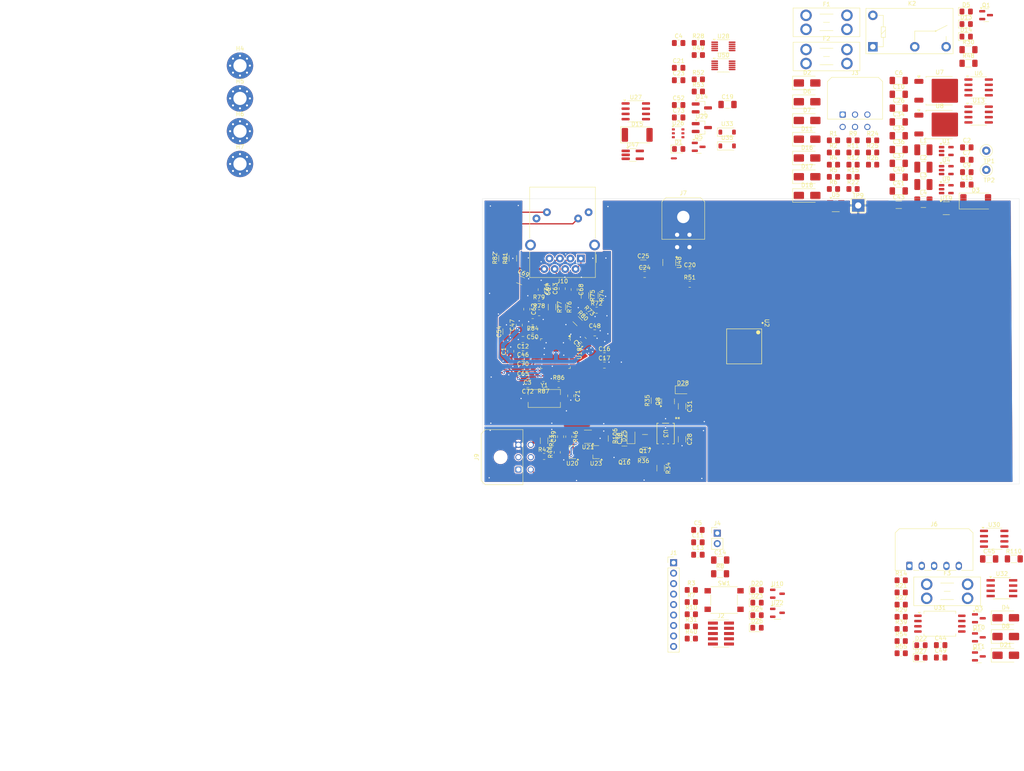
<source format=kicad_pcb>
(kicad_pcb (version 20241229) (generator "pcbnew") (generator_version "9.0")
  (layers (0 "F.Cu" signal) (2 "B.Cu" signal) (13 "F.Paste" user) (15 "B.Paste" user) (5 "F.SilkS" user "F.Silkscreen") (7 "B.SilkS" user "B.Silkscreen") (1 "F.Mask" user) (3 "B.Mask" user) (25 "Edge.Cuts" user))
  (net 0 "")
  (net 1 "/Ethernet/+3.3VA")
  (net 2 "/Ethernet/GNDA")
  (net 3 "Net-(U5-VCAP)")
  (net 4 "/GLV PSU/GLV+")
  (net 5 "GND")
  (net 6 "+3.3V")
  (net 7 "Net-(U2-VCORE)")
  (net 8 "LV+")
  (net 9 "+5V")
  (net 10 "Net-(U27-FB)")
  (net 11 "Net-(D1-K)")
  (net 12 "Net-(D15-K)")
  (net 13 "/Main Current Hall Sensing/1.8VA")
  (net 14 "Net-(D5-K)")
  (net 15 "Net-(D25-A)")
  (net 16 "/PWM sig bank 1/o-")
  (net 17 "/PWM sig bank 1/i+ 5V")
  (net 18 "+3V3")
  (net 19 "/PWM sig bank 1/o+")
  (net 20 "Net-(U21-VCAP)")
  (net 21 "/HRLV interface/GND")
  (net 22 "/HRLV interface/+5V")
  (net 23 "Net-(D22-K)")
  (net 24 "Net-(U28-Ain+)")
  (net 25 "Net-(C62-Pad1)")
  (net 26 "Net-(U18-1V2O)")
  (net 27 "Net-(J10-RCT)")
  (net 28 "Net-(J10-TCT)")
  (net 29 "Net-(U18-TOCAP)")
  (net 30 "Net-(U18-XO)")
  (net 31 "Net-(C72-Pad1)")
  (net 32 "Net-(U50-Ain+)")
  (net 33 "Net-(D2-K)")
  (net 34 "Net-(D17-A)")
  (net 35 "Net-(D3-K)")
  (net 36 "/HRLV interface/HRLV_LV+")
  (net 37 "Net-(D4-K)")
  (net 39 "Net-(D6-K)")
  (net 40 "Net-(D7-K)")
  (net 41 "/HRLV interface/HRLV_IL")
  (net 42 "Net-(D8-K)")
  (net 43 "Net-(D11-A)")
  (net 44 "Net-(D13-A)")
  (net 45 "Net-(D14-A)")
  (net 46 "Net-(D16-A)")
  (net 47 "Net-(D16-K)")
  (net 48 "Net-(D18-K)")
  (net 49 "Net-(D20-K)")
  (net 51 "Net-(D21-A)")
  (net 52 "Net-(D21-K)")
  (net 53 "Net-(D23-K)")
  (net 56 "Net-(D24-K)")
  (net 57 "Net-(D25-K)")
  (net 59 "Net-(D26-K)")
  (net 60 "Net-(D27-A)")
  (net 61 "/PWM sig bank 1/i1")
  (net 62 "Net-(D28-K)")
  (net 63 "/GLV+")
  (net 64 "/GLV-")
  (net 66 "/UART_UI_TX")
  (net 67 "/SWCLK")
  (net 68 "/XDS_3v_supply")
  (net 69 "/XDS_5v_supply")
  (net 70 "/reset")
  (net 71 "/UART_UI_RX")
  (net 72 "/XDS_TMS_SWDIO")
  (net 75 "/G_IL_O")
  (net 76 "/G_CAN_L")
  (net 77 "/G_IL_I")
  (net 78 "/G_CAN_H")
  (net 79 "/HRLV interface/HRLV_CAN_H")
  (net 80 "/HRLV interface/HRLV_CAN_L")
  (net 81 "/MCHall_Pwr_O")
  (net 82 "/MCHall_imprecise_I")
  (net 83 "/MCHall_percise_I")
  (net 84 "/MCHall_GND_O")
  (net 85 "/PWM sig bank 1/o4")
  (net 86 "/PWM sig bank 1/o1")
  (net 87 "/PWM sig bank 1/o2")
  (net 88 "/PWM sig bank 1/o3")
  (net 90 "/Ethernet/RD+")
  (net 91 "Net-(J10-PadL3)")
  (net 92 "Net-(J10-PadL2)")
  (net 93 "/Ethernet/RD-")
  (net 94 "Net-(Q3-E)")
  (net 95 "Net-(Q3-C)")
  (net 96 "Net-(Q5-E)")
  (net 97 "Net-(Q8-E)")
  (net 98 "Net-(Q10-C)")
  (net 99 "Net-(Q10-E)")
  (net 100 "Net-(Q16-E)")
  (net 101 "Net-(Q16-C)")
  (net 102 "Net-(Q16-B)")
  (net 103 "Net-(U13-STBY)")
  (net 104 "Net-(U19-EN)")
  (net 105 "Net-(U5-OV)")
  (net 106 "Net-(U2-PA2_ROSC)")
  (net 107 "Net-(U5-EN{slash}UVLO)")
  (net 108 "Net-(U1-EN)")
  (net 110 "Net-(U13-TXD)")
  (net 111 "Net-(U13-RXD)")
  (net 113 "Net-(U6-STBY)")
  (net 114 "Net-(R34-Pad1)")
  (net 115 "Net-(R35-Pad1)")
  (net 116 "Net-(U30-STBY)")
  (net 117 "Net-(R42-Pad1)")
  (net 118 "Net-(U21-OV)")
  (net 119 "Net-(U21-EN{slash}UVLO)")
  (net 120 "Net-(U48-EN)")
  (net 121 "/Ethernet/TD-")
  (net 122 "/Ethernet/TD+")
  (net 123 "/Ethernet/TX+")
  (net 124 "/Ethernet/TX-")
  (net 125 "Net-(U18-ACTLED)")
  (net 126 "Net-(U18-LINKLED)")
  (net 127 "Net-(U18-EXRES1)")
  (net 128 "Net-(U18-XI{slash}CLKIN)")
  (net 155 "/spi1.MOSI{slash}PICO")
  (net 165 "/spi1.SCLK")
  (net 169 "/SWDIO")
  (net 176 "/spi1.MISO{slash}POCI")
  (net 184 "Net-(U5-GATE)")
  (net 186 "Net-(U5-SRC)")
  (net 187 "/HRLV interface/CAN_RX")
  (net 188 "/HRLV interface/CAN_TX")
  (net 190 "Net-(U14-G)")
  (net 191 "Net-(U14-S)")
  (net 193 "/MOSI{slash}PICO")
  (net 196 "/SCLK")
  (net 200 "/cs_eth")
  (net 204 "/MISO{slash}POCI")
  (net 206 "/irq")
  (net 214 "Net-(U20-G)")
  (net 215 "Net-(U20-S)")
  (net 219 "/spi1.cs_percise")
  (net 220 "Net-(U29-D)")
  (net 221 "Net-(U29-G)")
  (net 222 "Net-(U30-TXD)")
  (net 223 "Net-(U30-RXD)")
  (net 224 "/HRLV interface/IL_PRESENCE")
  (net 225 "/HRLV interface/HRLV_PRESENCE")
  (net 227 "/spi1.cs_impercise")
  (net 228 "/Ethernet/RX+")
  (net 229 "/Ethernet/RX-")
  (net 230 "/Ethernet/RX_1+")
  (net 231 "/Ethernet/RX_1-")
  (net 232 "unconnected-(J10-PadSH)")
  (footprint "TestPoint:TestPoint_Loop_D2.50mm_Drill1.0mm_LowProfile" (layer "F.Cu") (at 253.615 51.04)
    (property "Reference" "TP2")
    (property "Value" "TestPoint")
  )
  (footprint "Capacitor_SMD:C_0805_2012Metric_Pad1.18x1.45mm_HandSolder" (layer "F.Cu") (at 138.227461 95.039132 90)
    (property "Reference" "C1")
    (property "Value" "220n")
  )
  (footprint "Resistor_SMD:R_0805_2012Metric_Pad1.20x1.40mm_HandSolder" (layer "F.Cu") (at 182.05 164.75)
    (property "Reference" "R40")
    (property "Value" "2.4k")
  )
  (footprint "Capacitor_SMD:C_0805_2012Metric_Pad1.18x1.45mm_HandSolder" (layer "F.Cu") (at 248.885 48.58)
    (property "Reference" "C7")
    (property "Value" "220n")
  )
  (footprint "Package_TO_SOT_SMD:TSOT-23-5" (layer "F.Cu") (at 243.905 55.715)
    (property "Reference" "U9")
    (property "Value" "RAA211803")
  )
  (footprint "Resistor_SMD:R_0805_2012Metric_Pad1.20x1.40mm_HandSolder" (layer "F.Cu") (at 221.285 52.72)
    (property "Reference" "R15")
    (property "Value" "10k")
  )
  (footprint "LED_SMD:LED_0805_2012Metric_Pad1.15x1.40mm_HandSolder" (layer "F.Cu") (at 248.74 18.695)
    (property "Reference" "D14")
    (property "Value" "green")
  )
  (footprint "Capacitor_SMD:C_0805_2012Metric_Pad1.18x1.45mm_HandSolder" (layer "F.Cu") (at 155.875 92.325001 135)
    (property "Reference" "C51")
    (property "Value" "220n")
  )
  (footprint "Capacitor_SMD:C_0805_2012Metric_Pad1.18x1.45mm_HandSolder" (layer "F.Cu") (at 158.625 90.575001)
    (property "Reference" "C48")
    (property "Value" "220n")
  )
  (footprint "Capacitor_SMD:C_0805_2012Metric_Pad1.18x1.45mm_HandSolder" (layer "F.Cu") (at 145.625 80.075001 -90)
    (property "Reference" "C67")
    (property "Value" "10n")
  )
  (footprint "Resistor_SMD:R_0805_2012Metric_Pad1.20x1.40mm_HandSolder" (layer "F.Cu") (at 146.331249 120.5625)
    (property "Reference" "R42")
    (property "Value" "3.32k")
  )
  (footprint "Package_SO:SOIC-8_3.9x4.9mm_P1.27mm" (layer "F.Cu") (at 251.755 31.03)
    (property "Reference" "U6")
    (property "Value" "MCP2542FDxMF")
  )
  (footprint "zzLocalLibraries-Footprints:U_SO6_11-4L1_TOS-M" (layer "F.Cu") (at 175.8125 115 -90)
    (property "Reference" "U3")
    (property "Value" "TLP155E")
  )
  (footprint "Capacitor_SMD:C_1206_3216Metric_Pad1.33x1.80mm_HandSolder" (layer "F.Cu") (at 189.06 145.695)
    (property "Reference" "C14")
    (property "Value" "10u")
  )
  (footprint "Package_TO_SOT_SMD:TO-252-2" (layer "F.Cu") (at 242.295 31.845)
    (property "Reference" "U7")
    (property "Value" "IPD70R")
  )
  (footprint "Resistor_SMD:R_1206_3216Metric_Pad1.30x1.75mm_HandSolder" (layer "F.Cu") (at 158.525 81.525001 -90)
    (property "Reference" "R74")
    (property "Value" "3.3")
  )
  (footprint "Resistor_SMD:R_0805_2012Metric_Pad1.20x1.40mm_HandSolder" (layer "F.Cu") (at 226.035 43.87)
    (property "Reference" "R24")
    (property "Value" "121")
  )
  (footprint "Diode_SMD:D_0805_2012Metric_Pad1.15x1.40mm_HandSolder" (layer "F.Cu") (at 237.765 166.355)
    (property "Reference" "D22")
    (property "Value" "5.1V")
  )
  (footprint "Resistor_SMD:R_1206_3216Metric_Pad1.30x1.75mm_HandSolder" (layer "F.Cu") (at 249.295 21.87)
    (property "Reference" "R30")
    (property "Value" "332")
  )
  (footprint "Capacitor_SMD:C_0805_2012Metric_Pad1.18x1.45mm_HandSolder" (layer "F.Cu") (at 160.960817 98.4)
    (property "Reference" "C17")
    (property "Value" "220n")
  )
  (footprint "Capacitor_SMD:C_1206_3216Metric_Pad1.33x1.80mm_HandSolder" (layer "F.Cu") (at 254.31 145.43)
    (property "Reference" "C45")
    (property "Value" "1u")
  )
  (footprint "Package_TO_SOT_SMD:SOT-23" (layer "F.Cu") (at 251.81 169.075)
    (property "Reference" "Q11")
    (property "Value" "MMBT5550L")
  )
  (footprint "Capacitor_SMD:C_1206_3216Metric_Pad1.33x1.80mm_HandSolder" (layer "F.Cu") (at 170.4 73.8)
    (property "Reference" "C25")
    (property "Value" "10u")
  )
  (footprint "Package_TO_SOT_SMD:SOT-23-3" (layer "F.Cu") (at 202.94 153.875)
    (property "Reference" "U10")
    (property "Value" "MCP9700x-ETT")
  )
  (footprint "LED_SMD:LED_0805_2012Metric_Pad1.15x1.40mm_HandSolder" (layer "F.Cu") (at 248.74 15.655)
    (property "Reference" "D13")
    (property "Value" "green")
  )
  (footprint "NetTie:NetTie-2_SMD_Pad2.0mm" (layer "F.Cu") (at 158.125 95.575001 135)
    (property "Reference" "NT1" (hide yes))
    (property "Value" "NetTie_2" (hide yes))
  )
  (footprint "Capacitor_SMD:C_0805_2012Metric_Pad1.18x1.45mm_HandSolder" (layer "F.Cu") (at 141.200001 92.181783 180)
    (property "Reference" "C12")
    (property "Value" "220n")
  )
  (footprint "Diode_SMD:D_SOD-123" (layer "F.Cu") (at 190.745 45.225)
    (property "Reference" "U35")
    (property "Value" "NSI45015")
  )
  (footprint "Capacitor_SMD:C_0805_2012Metric_Pad1.18x1.45mm_HandSolder" (layer "F.Cu") (at 178.97 26.275)
    (property "Reference" "C21")
    (property "Value" "220n")
  )
  (footprint "TestPoint:TestPoint_Loop_D2.50mm_Drill1.0mm_LowProfile" (layer "F.Cu") (at 253.615 46.39)
    (property "Reference" "TP1")
    (property "Value" "TestPoint")
  )
  (footprint "Diode_SMD:D_SMA" (layer "F.Cu") (at 210.14 52.7)
    (property "Reference" "D17")
    (property "Value" "ES1D")
  )
  (footprint "Package_TO_SOT_SMD:TSOT-23-5" (layer "F.Cu") (at 243.905 60.34)
    (property "Reference" "U19")
    (property "Value" "RAA211805")
  )
  (footprint "Package_TO_SOT_SMD:SOT-23" (layer "F.Cu") (at 251.81 159.825)
    (property "Reference" "Q3")
    (property "Value" "MMBT5550L")
  )
  (footprint "Resistor_SMD:R_1206_3216Metric_Pad1.30x1.75mm_HandSolder" (layer "F.Cu") (at 154.475 87.725001 -45)
    (property "Reference" "R80")
    (property "Value" "10")
  )
  (footprint "Capacitor_SMD:C_1206_3216Metric_Pad1.33x1.80mm_HandSolder" (layer "F.Cu") (at 232.375 49.45)
    (property "Reference" "C37")
    (property "Value" "10u")
  )
  (footprint "LED_SMD:LED_0805_2012Metric_Pad1.15x1.40mm_HandSolder" (layer "F.Cu") (at 197.995 162.115)
    (property "Reference" "D26")
    (property "Value" "yellow")
  )
  (footprint "Package_TO_SOT_SMD:SOT-23" (layer "F.Cu") (at 170.8125 116.8 180)
    (property "Reference" "Q17")
    (property "Value" "MMBT5550L")
  )
  (footprint "LED_SMD:LED_0805_2012Metric_Pad1.15x1.40mm_HandSolder" (layer "F.Cu") (at 197.995 156.035)
    (property "Reference" "D23")
    (property "Value" "blue")
  )
  (footprint "Resistor_SMD:R_1206_3216Metric_Pad1.30x1.75mm_HandSolder" (layer "F.Cu") (at 146.331249 116.7625 -90)
    (property "Reference" "R43")
    (property "Value" "750")
  )
  (footprint "Resistor_SMD:R_0805_2012Metric_Pad1.20x1.40mm_HandSolder" (layer "F.Cu") (at 216.535 52.72)
    (property "Reference" "R5")
    (property "Value" "10k")
  )
  (footprint "Capacitor_SMD:C_0805_2012Metric_Pad1.18x1.45mm_HandSolder" (layer "F.Cu") (at 152.802463 105.864131 -90)
    (property "Reference" "C71")
    (property "Value" "18p")
  )
  (footprint "Resistor_SMD:R_0805_2012Metric_Pad1.20x1.40mm_HandSolder" (layer "F.Cu") (at 145.125 85.700394)
    (property "Reference" "R78")
    (property "Value" "49.9")
  )
  (footprint "Capacitor_SMD:C_0805_2012Metric_Pad1.18x1.45mm_HandSolder" (layer "F.Cu") (at 141.2 94.181782 180)
    (property "Reference" "C46")
    (property "Value" "220n")
  )
  (footprint "Resistor_SMD:R_0805_2012Metric_Pad1.20x1.40mm_HandSolder" (layer "F.Cu") (at 216.535 49.77)
    (property "Reference" "R4")
    (property "Value" "97.6k")
  )
  (footprint "Capacitor_SMD:C_1206_3216Metric_Pad1.33x1.80mm_HandSolder" (layer "F.Cu") (at 232.375 56.15)
    (property "Reference" "C41")
    (property "Value" "10u")
  )
  (footprint "Resistor_SMD:R_0805_2012Metric_Pad1.20x1.40mm_HandSolder" (layer "F.Cu") (at 216.535 43.87)
    (property "Reference" "R1")
    (property "Value" "39k")
  )
  (footprint "Resistor_SMD:R_0805_2012Metric_Pad1.20x1.40mm_HandSolder" (layer "F.Cu") (at 181.67 78.78)
    (property "Reference" "R51")
    (property "Value" "10k")
  )
  (footprint "Resistor_SMD:R_1206_3216Metric_Pad1.30x1.75mm_HandSolder" (layer "F.Cu") (at 148.260001 84.324998 -90)
    (property "Reference" "R77")
    (property "Value" "3.3")
  )
  (footprint "Resistor_SMD:R_0805_2012Metric_Pad1.20x1.40mm_HandSolder" (layer "F.Cu") (at 182.05 152.95)
    (property "Reference" "R3")
    (property "Value" "2.4k")
  )
  (footprint "LED_SMD:LED_0805_2012Metric_Pad1.15x1.40mm_HandSolder" (layer "F.Cu") (at 197.995 159.075)
    (property "Reference" "D24")
    (property "Value" "red")
  )
  (footprint "Package_QFP:LQFP-48_7x7mm_P0.5mm" (layer "F.Cu") (at 149.075 95.600001 -90)
    (property "Reference" "U18")
    (property "Value" "W5500")
  )
  (footprint "Resistor_SMD:R_0805_2012Metric_Pad1.20x1.40mm_HandSolder" (layer "F.Cu") (at 216.535 46.82)
    (property "Reference" "R2")
    (property "Value" "10k")
  )
  (footprint "Resistor_SMD:R_0805_2012Metric_Pad1.20x1.40mm_HandSolder" (layer "F.Cu") (at 232.97 150.61)
    (property "Reference" "R14")
    (property "Value" "10k")
  )
  (footprint "Capacitor_SMD:C_0805_2012Metric_Pad1.18x1.45mm_HandSolder" (layer "F.Cu") (at 141.200001 96.431783 180)
    (property "Reference" "C70")
    (property "Value" "4.7u")
  )
  (footprint "Capacitor_SMD:C_0805_2012Metric_Pad1.18x1.45mm_HandSolder" (layer "F.Cu") (at 242.54 166.34)
    (property "Reference" "C44")
    (property "Value" "220n")
  )
  (footprint "Resistor_SMD:R_0805_2012Metric_Pad1.20x1.40mm_HandSolder" (layer "F.Cu") (at 182.05 161.8)
    (property "Reference" "R31")
    (property "Value" "2.4k")
  )
  (footprint "Diode_SMD:D_2512_6332Metric_Pad1.52x3.35mm_HandSolder" (layer "F.Cu") (at 168.925 42.545)
    (property "Reference" "D15")
    (property "Value" "10V")
  )
  (footprint "Resistor_SMD:R_0805_2012Metric_Pad1.20x1.40mm_HandSolder" (layer "F.Cu") (at 146.175001 103.100003 180)
    (property "Reference" "R87")
    (property "Value" "226")
  )
  (footprint "Package_TO_SOT_SMD:SOT-23-8_Handsoldering" (layer "F.Cu") (at 156.971247 115.7825 180)
    (property "Reference" "U21")
    (property "Value" "LM74502")
  )
  (footprint "Connector_PinHeader_1.27mm:PinHeader_2x05_P1.27mm_Vertical_SMD" (layer "F.Cu") (at 189.24 163.53)
    (property "Reference" "J2")
    (property "Value" "Conn_02x05_Odd_Even")
  )
  (footprint "Capacitor_SMD:C_1206_3216Metric_Pad1.33x1.80mm_HandSolder" (layer "F.Cu") (at 232.375 32.7)
    (property "Reference" "C10")
    (property "Value" "10u")
  )
  (footprint "Package_TO_SOT_SMD:TSOT-23-5_HandSoldering" (layer "F.Cu") (at 167.84 47.39)
    (property "Reference" "U47")
    (property "Value" "MIC7300M5")
  )
  (footprint "LED_SMD:LED_0805_2012Metric_Pad1.15x1.40mm_HandSolder" (layer "F.Cu") (at 180 104.4)
    (property "Reference" "D28")
    (property "Value" "yellow")
  )
  (footprint "Resistor_SMD:R_0805_2012Metric_Pad1.20x1.40mm_HandSolder" (layer "F.Cu") (at 221.285 49.77)
    (property "Reference" "R12")
    (property "Value" "97.6k")
  )
  (footprint "Diode_SMD:D_SMA" (layer "F.Cu") (at 258.335 168.8)
    (property "Reference" "D21")
    (property "Value" "ES1D")
  )
  (footprint "Capacitor_SMD:C_1206_3216Metric_Pad1.33x1.80mm_HandSolder" (layer "F.Cu") (at 179.8 116.4 -90)
    (property "Reference" "C28")
    (property "Value" "100n")
  )
  (footprint "Diode_SMD:D_SMA" (layer "F.Cu") (at 210.14 29.95)
    (property "Reference" "D2")
    (property "Value" "ES1D")
  )
  (footprint "Capacitor_SMD:C_0805_2012Metric_Pad1.18x1.45mm_HandSolder" (layer "F.Cu") (at 142.125 84.825001 -90)
    (property "Reference" "C62")
    (property "Value" "10n")
  )
  (footprint "Connector_Molex:Molex_Micro-Fit_3.0_43650-0500_1x05_P3.00mm_Horizontal" (layer "F.Cu") (at 234.95 147.12)
    (property "Reference" "J6")
    (property "Value" "HRLV")
  )
  (footprint "Capacitor_SMD:C_0805_2012Metric_Pad1.18x1.45mm_HandSolder" (layer "F.Cu") (at 142.374998 103.100004 180)
    (property "Reference" "C72")
    (property "Value" "18p")
  )
  (footprint "Inductor_SMD:L_1210_3225Metric_Pad1.42x2.65mm_HandSolder" (layer "F.Cu") (at 238.355 54.59)
    (property "Reference" "L3")
    (property "Value" "22u")
  )
  (footprint "Capacitor_SMD:C_0805_2012Metric_Pad1.18x1.45mm_HandSolder" (layer "F.Cu") (at 183.65 138.385)
    (property "Reference" "C5")
    (property "Value" "10n")
  )
  (footprint "Diode_SMD:D_SMA" (layer "F.Cu") (at 258.335 159.7)
    (property "Reference" "D4")
    (property "Value" "ES1D")
  )
  (footprint "Button_Switch_SMD:SW_SPST_PTS645" (layer "F.Cu") (at 190 155.4)
    (property "Reference" "SW1")
    (property "Value" "SW_Push")
  )
  (footprint "Package_TO_SOT_SMD:SOT-23" (layer "F.Cu") (at 183.83 45.45)
    (property "Reference" "Q5")
    (property "Value" "MMBT5550L")
  )
  (footprint "Diode_SMD:D_SMA" (layer "F.Cu") (at 210.14 34.5)
    (property "Reference" "D6")
    (property "Value" "ES1D")
  )
  (footprint "Resistor_SMD:R_0805_2012Metric_Pad1.20x1.40mm_HandSolder" (layer "F.Cu") (at 226.035 49.77)
    (property "Reference" "R26")
    (property "Value" "39k")
  )
  (footprint "Package_SO:SOIC-8_3.9x4.9mm_P1.27mm" (layer "F.Cu") (at 251.755 37.61)
    (property "Reference" "U13")
    (property "Value" "MCP2542FDxMF")
  )
  (footprint "Resistor_SMD:R_0805_2012Metric_Pad1.20x1.40mm_HandSolder" (layer "F.Cu") (at 221.285 55.67)
    (property "Reference" "R22")
    (property "Value" "121")
  )
  (footprint "Capacitor_SMD:C_0805_2012Metric_Pad1.18x1.45mm_HandSolder" (layer "F.Cu") (at 160.970002 96.15)
    (property "Reference" "C16")
    (property "Value" "10n")
  )
  (footprint "TestPoint:TestPoint_THTPad_3.0x3.0mm_Drill1.5mm" (layer "F.Cu") (at 222.535 59.67)
    (property "Reference" "TP9")
    (property "Value" "TestPoint")
  )
  (footprint "Resistor_SMD:R_0805_2012Metric_Pad1.20x1.40mm_HandSolder" (layer "F.Cu") (at 226.035 46.82)
    (property "Reference" "R25")
    (property "Value" "10k")
  )
  (footprint "Resistor_SMD:R_1206_3216Metric_Pad1.30x1.75mm_HandSolder" (layer "F.Cu") (at 249.295 25.18)
    (property "Reference" "R48")
    (property "Value" "4.99k")
  )
  (footprint "Package_TO_SOT_SMD:SOT-23" (layer "F.Cu") (at 165.8125 119.6 180)
    (property "Reference" "Q16")
    (property "Value" "MMBT5550L")
  )
  (footprint "Capacitor_SMD:C_1206_3216Metric_Pad1.33x1.80mm_HandSolder" (layer "F.Cu") (at 232.375 29.35)
    (property "Reference" "C6")
    (property "Value" "1u")
  )
  (footprint "Capacitor_SMD:C_1206_3216Metric_Pad1.33x1.80mm_HandSolder" (layer "F.Cu") (at 179.8125 108.4 -90)
    (property "Reference" "C31")
    (property "Value" "1u")
  )
  (footprint "Capacitor_SMD:C_0805_2012Metric_Pad1.18x1.45mm_HandSolder" (layer "F.Cu") (at 248.885 51.59)
    (property "Reference" "C9")
    (property "Value" "220n")
  )
  (footprint "Package_SO:MSOP-10_3x3mm_P0.5mm" (layer "F.Cu") (at 189.83 25.675)
    (property "Reference" "U50")
    (property "Value" "MCP33151")
  )
  (footprint "Fuse:Fuseholder_Blade_Mini_Keystone_3568" (layer "F.Cu") (at 209.885 21.83)
    (property "Reference" "F2")
    (property "Value" "~1A")
  )
  (footprint "Resistor_SMD:R_0805_2012Metric_Pad1.20x1.40mm_HandSolder" (layer "F.Cu") (at 182.05 155.9)
    (property "Reference" "R7")
    (property "Value" "39k")
  )
  (footprint "Resistor_SMD:R_0805_2012Metric_Pad1.20x1.40mm_HandSolder" (layer "F.Cu") (at 165.2125 115.6 90)
    (property "Reference" "R106")
    (property "Value" "39k")
  )
  (footprint "Resistor_SMD:R_0805_2012Metric_Pad1.20x1.40mm_HandSolder" (layer "F.Cu") (at 149.875 103.100003)
    (property "Reference" "R86")
    (property "Value" "1M")
  )
  (footprint "Capacitor_SMD:C_1206_3216Metric_Pad1.33x1.80mm_HandSolder" (layer "F.Cu") (at 190.83 35.175)
    (property "Reference" "C19")
    (property "Value" "10u")
  )
  (footprint "Capacitor_SMD:C_1206_3216Metric_Pad1.33x1.80mm_HandSolder" (layer "F.Cu") (at 232.375 39.4)
    (property "Reference" "C34")
    (property "Value" "1u")
  )
  (footprint "Capacitor_SMD:C_1206_3216Metric_Pad1.33x1.80mm_HandSolder" (layer "F.Cu") (at 232.375 59.5)
    (property "Reference" "C43")
    (property "Value" "1n 2kV")
  )
  (footprint "Package_TO_SOT_SMD:SOT-23-3" (layer "F.Cu") (at 202.94 158.5)
    (property "Reference" "U22")
    (property "Value" "MCP9700x-ETT")
  )
  (footprint "MountingHole:MountingHole_3.2mm_M3_Pad_Via" (layer "F.Cu") (at 72.55 41.65)
    (property "Reference" "H6")
    (property "Value" "MountingHole")
  )
  (footprint "Resistor_SMD:R_0805_2012Metric_Pad1.20x1.40mm_HandSolder" (layer "F.Cu") (at 232.97 159.46)
    (property "Reference" "R29")
    (property "Value" "39k")
  )
  (footprint "Diode_SMD:D_SOD-123" (layer "F.Cu") (at 190.745 41.875)
    (property "Reference" "U33")
    (property "Value" "NSI45015")
  )
  (footprint "Resistor_SMD:R_0805_2012Metric_Pad1.20x1.40mm_HandSolder" (layer "F.Cu") (at 232.97 168.31)
    (property "Reference" "R55")
    (property "Value" "2.4k")
  )
  (footprint "Package_TO_SOT_SMD:SOT-23-8_Handsoldering" (layer "F.Cu") (at 217.085 59.57)
    (property "Reference" "U5")
    (property "Value" "LM74502")
  )
  (footprint "Fuse:Fuseholder_Blade_Mini_Keystone_3568" (layer "F.Cu") (at 239.16 151.58)
    (property "Reference" "F3")
    (property "Value" "~500mA")
  )
  (footprint "Diode_SMD:D_SMA" (layer "F.Cu") (at 258.335 164.25)
    (property "Reference" "D8")
    (property "Value" "ES1D")
  )
  (footprint "Capacitor_SMD:C_0805_2012Metric_Pad1.18x1.45mm_HandSolder" (layer "F.Cu") (at 181.7 75.8)
    (property "Reference" "C20")
    (property "Value" "220n")
  )
  (footprint "Inductor_SMD:L_1210_3225Metric_Pad1.42x2.65mm_HandSolder" (layer "F.Cu") (at 238.355 50.38)
    (property "Reference" "L2")
    (property "Value" "22u")
  )
  (footprint "Connector_Molex:Molex_Micro-Fit_3.0_43045-0600_2x03_P3.00mm_Horizontal" (layer "F.Cu") (at 218.765 37.62)
    (property "Reference" "J3")
    (property "Value" "Global LV and CAN")
  )
  (footprint "Connector_PinHeader_2.54mm:PinHeader_1x02_P2.54mm_Vertical" (layer "F.Cu") (at 188.35 139.175)
    (property "Reference" "J4")
    (property "Value" "Conn_01x02_Socket")
  )
  (footprint "Package_SO:SOIC-8_7.5x5.85mm_P1.27mm" (layer "F.Cu") (at 242.35 161.13)
    (property "Reference" "U31")
    (property "Value" "STISO620")
  )
  (footprint "Resistor_SMD:R_0805_2012Metric_Pad1.20x1.40mm_HandSolder" (layer "F.Cu") (at 182.05 158.85)
    (property "Reference" "R10")
    (property "Value" "2.4k")
  )
  (footprint "Package_SO:SOIC-8_3.9x4.9mm_P1.27mm" (layer "F.Cu") (at 255.53 140.53)
    (property "Reference" "U30")
    (property "Value" "MCP2542FDxMF")
  )
  (footprint "zzLocalLibraries-Footprints:MSPM0G3507-64-IPC_A" (layer "F.Cu") (at 194.875483 93.85 -90)
    (property "Reference" "U2")
    (property "Value" "MCU-MSM0G3507SPM")
  )
  (footprint "Resistor_SMD:R_0805_2012Metric_Pad1.20x1.40mm_HandSolder" (layer "F.Cu") (at 143.575 87.850001 180)
    (property "Reference" "R84")
    (property "Value" "12.4k")
  )
  (footprint "Crystal:Crystal_SMD_ECS_CSM3X-2Pin_7.6x4.1mm" (layer "F.Cu") (at 146.377214 106.49517)
    (property "Reference" "Y1")
    (property "Value" "25MHz")
  )
  (footprint "Package_SO:SOIC-8_3.9x4.9mm_P1.27mm" (layer "F.Cu") (at 168.58 36.825)
    (property "Reference" "U27")
    (property "Value" "MCP1501-40xSN")
  )
  (footprint "Resistor_SMD:R_1206_3216Metric_Pad1.30x1.75mm_HandSolder" (layer "F.Cu") (at 260.29 145.41)
    (property "Reference" "R110")
    (property "Value" "4.99k")
  )
  (footprint "Resistor_SMD:R_1206_3216Metric_Pad1.30x1.75mm_HandSolder" (layer "F.Cu") (at 173.2125 107 90)
    (property "Reference" "R35")
    (property "Value" "332")
  )
  (footprint "Resistor_SMD:R_1206_3216Metric_Pad1.30x1.75mm_HandSolder" (layer "F.Cu") (at 156.25 81.525001 -90)
    (property "Reference" "R75")
    (property "Value" "3.3")
  )
  (footprint "LED_SMD:LED_0805_2012Metric_Pad1.15x1.40mm_HandSolder" (layer "F.Cu") (at 197.995 152.995)
    (property "Reference" "D20")
    (property "Value" "yellow")
  )
  (footprint "Capacitor_SMD:C_0805_2012Metric_Pad1.18x1.45mm_HandSolder" (layer "F.Cu") (at 178.97 38.315)
    (property "Reference" "C73")
    (property "Value" "220n")
  )
  (footprint "LED_SMD:LED_0805_2012Metric_Pad1.15x1.40mm_HandSolder" (layer "F.Cu") (at 167.4125 115.6 90)
    (property "Reference" "D25")
    (property "Value" "green")
  )
  (footprint "Capacitor_SMD:C_0805_2012Metric_Pad1.18x1.45mm_HandSolder" (layer "F.Cu") (at 148.675 79.825001 90)
    (property "Reference" "C64")
    (property "Value" "6.8n")
  )
  (footprint "Capacitor_SMD:C_1206_3216Metric_Pad1.33x1.80mm_HandSolder" (layer "F.Cu") (at 137.25 90.275001 90)
    (property "Reference" "C54")
    (property "Value" "10u")
  )
  (footprint "MountingHole:MountingHole_3.2mm_M3_Pad_Via" (layer "F.Cu") (at 72.55 49.6)
    (property "Reference" "H7")
    (property "Value" "MountingHole")
  )
  (footprint "Package_TO_SOT_SMD:SOT-23_Handsoldering" (layer "F.Cu") (at 184.6 36)
    (property "Reference" "U14")
    (property "Value" "DMN62D0U")
  )
  (footprint "Resistor_SMD:R_0805_2012Metric_Pad1.20x1.40mm_HandSolder" (layer "F.Cu") (at 232.97 165.36)
    (property "Reference" "R54")
    (property "Value" "10k")
  )
  (footprint "Package_TO_SOT_SMD:SOT-23_Handsoldering" (layer "F.Cu") (at 184.6 40.775)
    (property "Reference" "U29")
    (property "Value" "DMN62D0U")
  )
  (footprint "Inductor_SMD:L_1210_3225Metric_Pad1.42x2.65mm_HandSolder" (layer "F.Cu") (at 238.355 58.8)
    (property "Reference" "L4")
    (property "Value" "22u")
  )
  (footprint "NetTie:NetTie-2_SMD_Pad0.5mm" (layer "F.Cu") (at 177.815 48.24)
    (property "Reference" "NT3" (hide yes))
    (property "Value" "NetTie_2" (hide yes))
  )
  (footprint "Package_TO_SOT_SMD:SOT-23" (layer "F.Cu") (at 253.565 13.495)
    (property "Reference" "Q1")
    (property "Value" "MMBT5550L")
  )
  (footprint "Package_SO:TSOP-6_1.65x3.05mm_P0.95mm" (layer "F.Cu") (at 178.85 42.16)
    (property "Reference" "U26")
    (property "Value" "NCV68061")
  )
  (footprint "Diode_SMD:D_0805_2012Metric_Pad1.15x1.40mm_HandSolder" (layer "F.Cu") (at 178.985 45.97)
    (property "Reference" "D1")
    (property "Value" "5.1V")
  )
  (footprint "Diode_SMD:D_SMA" (layer "F.Cu") (at 210.14 39.05)
    (property "Reference" "D7")
    (property "Value" "ES1D")
  )
  (footprint "Diode_SMD:D_SMA" (layer "F.Cu") (at 210.14 57.25)
    (property "Reference" "D18")
    (property "Value" "ES1D")
  )
  (footprint "Resistor_SMD:R_1206_3216Metric_Pad1.30x1.75mm_HandSolder" (layer "F.Cu") (at 189.03 149.025)
    (property "Reference" "R8")
    (property "Value" "100k")
  )
  (footprint "Resistor_SMD:R_0805_2012Metric_Pad1.20x1.40mm_HandSolder" (layer "F.Cu") (at 216.535 55.67)
    (property "Reference" "R6")
    (property "Value" "3.32k")
  )
  (footprint "Diode_SMD:D_SMA" (layer "F.Cu") (at 210.14 48.15)
    (property "Reference" "D16")
    (property "Value" "ES1D")
  )
  (footprint "Connector_Molex:Molex_Micro-Fit_3.0_43045-0400_2x02_P3.00mm_Horizontal" (layer "F.Cu") (at 178.6 66.785)
    (property "Reference" "J7")
    (property "Value" "Main Current Hall Sensor")
  )
  (footprint "Capacitor_SMD:C_0805_2012Metric_Pad1.18x1.45mm_HandSolder" (layer "F.Cu") (at 183.65 141.395)
    (property "Reference" "C11")
    (property "Value" "220n")
  )
  (footprint "Capacitor_SMD:C_0805_2012Metric_Pad1.18x1.45mm_HandSolder" (layer "F.Cu") (at 141.2 98.800003 180)
    (property "Reference" "C65")
    (property "Value" "10n")
  )
  (footprint "Resistor_SMD:R_0805_2012Metric_Pad1.20x1.40mm_HandSolder" (layer "F.Cu") (at 149.531249 119.5625 90)
    (property "Reference" "R44")
    (property "Value" "97.6k")
  )
  (footprint "Package_SO:MSOP-10_3x3mm_P0.5mm" (layer "F.Cu") (at 189.83 21.075)
    (property "Reference" "U28")
    (property "Value" "MCP33151")
  )
  (footprint "Package_TO_SOT_SMD:TSOT-23-5" (layer "F.Cu") (at 243.905 51.09)
    (property "Reference" "U4")
    (property "Value" "RAA211805")
  )
  (footprint "Package_TO_SOT_SMD:TO-252-2" (layer "F.Cu") (at 242.295 40.04)
    (property "Reference" "U8")
    (property "Value" "IPD70R")
  )
  (footprint "Capacitor_SMD:C_0805_2012Metric_Pad1.18x1.45mm_HandSolder" (layer "F.Cu") (at 242.54 169.35)
    (property "Reference" "C49")
    (property "Value" "220n")
  )
  (footprint "Fuse:Fuseholder_Blade_Mini_Keystone_3568" (layer "F.Cu") (at 209.885 13.54)
    (property "Reference" "F1")
    (property "Value" "~1A")
  )
  (footprint "Package_SO:PowerIntegrations_SO-8" (layer "F.Cu") (at 257.4 152.525)
    (property "Reference" "U32")
    (property "Value" "STISO620")
  )
  (footprint "Resistor_SMD:R_1206_3216Metric_Pad1.30x1.75mm_HandSolder" (layer "F.Cu") (at 136.25 72.5 90)
    (property "Reference" "R82")
    (property "Value" "750")
  )
  (footprint "Relay_THT:Relay_SPST_Omron-G5Q-1A" (layer "F.Cu") (at 226.095 21.17)
    (property "Reference" "K2")
    (property "Value" "G5Q-1A")
  )
  (footprint "Capacitor_SMD:C_0805_2012Metric_Pad1.18x1.45mm_HandSolder" (layer "F.Cu") (at 142.302462 100.931783 180)
    (property "Reference" "C3")
    (property "Value" "220n")
  )
  (footprint "Resistor_SMD:R_0805_2012Metric_Pad1.20x1.40mm_HandSolder" (layer "F.Cu") (at 232.97 153.56)
    (property "Reference" "R21")
    (property "Value" "10k")
  )
  (footprint "Resistor_SMD:R_0805_2012Metric_Pad1.20x1.40mm_HandSolder" (layer "F.Cu") (at 221.285 43.87)
    (property "Reference" "R9")
    (property "Value" "97.6k")
  )
  (footprint "Capacitor_SMD:C_1206_3216Metric_Pad1.33x1.80mm_HandSolder" (layer "F.Cu") (at 140.625 77.825001 -22.5)
    (property "Reference" "C69")
    (property "Value" "1n 2kV")
  )
  (footprint "Resistor_SMD:R_1206_3216Metric_Pad1.30x1.75mm_HandSolder" (layer "F.Cu") (at 174.6125 123.4 -90)
    (property "Reference" "R34")
    (property "Value" "750")
  )
  (footprint "Resistor_SMD:R_0805_2012Metric_Pad1.20x1.40mm_HandSolder" (layer "F.Cu") (at 183.75 32.025)
    (property "Reference" "R53")
    (property "Value" "226")
  )
  (footprint "Resistor_SMD:R_0805_2012Metric_Pad1.20x1.40mm_HandSolder" (layer "F.Cu") (at 232.97 162.41)
    (property "Reference" "R39")
    (property "Value" "39k")
  )
  (footprint "Capacitor_SMD:C_0805_2012Metric_Pad1.18x1.45mm_HandSolder" (layer "F.Cu") (at 178.97 20.255)
    (property "Reference" "C4")
    (property "Value" "220n")
  )
  (footprint "Capacitor_SMD:C_1206_3216Metric_Pad1.33x1.80mm_HandSolder" (layer "F.Cu") (at 232.375 46.1)
    (property "Reference" "C36")
    (property "Value" "10u")
  )
  (footprint "Resistor_SMD:R_0805_2012Metric_Pad1.20x1.40mm_HandSolder" (layer "F.Cu") (at 183.75 20.225)
    (property "Reference" "R28")
    (property "Value" "39k")
  )
  (footprint "Resistor_SMD:R_0805_2012Metric_Pad1.20x1.40mm_HandSolder" (layer "F.Cu") (at 183.75 23.175)
    (property "Reference" "R49")
    (property "Value" "39k")
  )
  (footprint "Resistor_SMD:R_0805_2012Metric_Pad1.20x1.40mm_HandSolder" (layer "F.Cu") (at 145.074999 83.575001)
    (property "Reference" "R79")
    (property "Value" "49.9")
  )
  (footprint "Capacitor_SMD:C_0805_2012Metric_Pad1.18x1.45mm_HandSolder" (layer "F.Cu") (at 150.725 79.850001 90)
    (property "Reference" "C63")
    (property "Value" "6.8n")
  )
  (footprint "Capacitor_SMD:C_0805_2012Metric_Pad1.18x1.45mm_HandSolder" (layer "F.Cu") (at 153.625 80.075001 -90)
    (property "Reference" "C68")
    (property "Value" "22n")
  )
  (footprint "Capacitor_SMD:C_1206_3216Metric_Pad1.33x1.80mm_HandSolder" (layer "F.Cu") (at 232.375 42.75)
    (property "Reference" "C35")
    (property "Value" "1u")
  )
  (footprint "LED_SMD:LED_0805_2012Metric_Pad1.15x1.40mm_HandSolder" (layer "F.Cu") (at 237.765 169.395)
    (property "Reference" "D27")
    (property "Value" "green")
  )
  (footprint "Connector_Molex:Molex_Micro-Fit_3.0_43045-0600_2x03_P3.00mm_Horizontal" (layer "F.Cu") (at 140.0975 123.737499 90)
    (property "Reference" "J9")
    (property "Value" "PWM sig bank 1")
  )
  (footprint "Capacitor_SMD:C_0805_2012Metric_Pad1.18x1.45mm_HandSolder" (layer "F.Cu") (at 248.885 45.57)
    (property "Reference" "C2")
    (property "Value" "220n")
  )
  (footprint "Capacitor_SMD:C_0805_2012Metric_Pad1.18x1.45mm_HandSolder" (layer "F.Cu") (at 178.97 29.285)
    (property "Reference" "C23")
    (property "Value" "220n")
  )
  (footprint "Resistor_SMD:R_1206_3216Metric_Pad1.30x1.75mm_HandSolder" (layer "F.Cu") (at 150.625 84.325001 -90)
    (property "Reference" "R76")
    (property "Value" "3.3")
  )
  (footprint "Capacitor_SMD:C_0805_2012Metric_Pad1.18x1.45mm_HandSolder" (layer "F.Cu") (at 183.65 144.405)
    (property "Reference" "C13")
    (property "Value" "220n")
  )
  (footprint "Resistor_SMD:R_0805_2012Metric_Pad1.20x1.40mm_HandSolder" (layer "F.Cu") (at 159.075 85.075001)
    (property "Reference" "R72")
    (property "Value" "49.9")
  )
  (footprint "Capacitor_SMD:C_0805_2012Metric_Pad1.18x1.45mm_HandSolder" (layer "F.Cu") (at 143.55 89.900001 180)
    (property "Reference" "C50")
    (property "Value" "220n")
  )
  (footprint "LED_SMD:LED_0805_2012Metric_Pad1.15x1.40mm_HandSolder" (layer "F.Cu") (at 248.74 12.615)
    (property "Reference" "D5")
    (property "Value" "green")
  )
  (footprint "Capacitor_SMD:C_0805_2012Metric_Pad1.18x1.45mm_HandSolder" (layer "F.Cu") (at 140.3 88.700001 90)
    (property "Reference" "C47")
    (property "Value" "10n")
  )
  (footprint "Package_TO_SOT_SMD:SOT-23" (layer "F.Cu") (at 176.4 107.2 90)
    (property "Reference" "Q8")
    (property "Value" "MMBT5550L")
  )
  (footprint "MountingHole:MountingHole_3.2mm_M3_Pad_Via" (layer "F.Cu") (at 72.55 25.75)
    (property "Reference" "H4")
    (property "Value" "MountingHole")
  )
  (footprint "Capacitor_SMD:C_1206_3216Metric_Pad1.33x1.80mm_HandSolder" (layer "F.Cu") (at 162.8125 116.2 -90)
    (property "Reference" "C38")
    (property "Value" "1u")
  )
  (footprint "Resistor_SMD:R_0805_2012Metric_Pad1.20x1.40mm_HandSolder" (layer "F.Cu") (at 221.285 46.82)
    (property "Reference" "R11")
    (property "Value" "3.32k")
  )
  (footprint "Resistor_SMD:R_0805_2012Metric_Pad1.20x1.40mm_HandSolder" (layer "F.Cu") (at 183.75 29.075)
    (property "Reference" "R52")
    (property "Value" "121")
  )
  (footprint "Package_TO_SOT_SMD:SOT-23" (layer "F.Cu") (at 251.81 164.45)
    (property "Reference" "Q10")
    (property "Value" "MMBT5550L")
  )
  (footprint "Capacitor_SMD:C_0805_2012Metric_Pad1.18x1.45mm_HandSolder" (layer "F.Cu") (at 150.331249 115.7625 90)
    (property "Reference" "C39")
    (property "Value" "220n")
  )
  (footprint "Capacitor_SMD:C_0805_2012Metric_Pad1.18x1.45mm_HandSolder" (layer "F.Cu") (at 170.73 76.42)
    (property "Reference" "C24")
    (property "Value" "220n")
  )
  (footprint "Resistor_SMD:R_0805_2012Metric_Pad1.20x1.40mm_HandSolder" (layer "F.Cu") (at 156.15 86.375001 -45)
    (property "Reference" "R73")
    (property "Value" "49.9")
  )
  (footprint "Diode_SMD:D_2512_6332Metric_Pad1.52x3.35mm_HandSolder" (layer "F.Cu") (at 251.05 58.6)
    (property "Reference" "D3")
    (property "Value" "10V")
  )
  (footprint "Diode_SMD:D_SMA" (layer "F.Cu") (at 210.14 43.6)
    (property "Reference" "D11")
    (property "Value" "ES1D")
  )
  (footprint "Capacitor_SMD:C_1206_3216Metric_Pad1.33x1.80mm_HandSolder" (layer "F.Cu") (at 232.375 52.8)
    (property "Reference" "C40")
    (property "Value" "1u")
  )
  (footprint "Capacitor_SMD:C_1206_3216Metric_Pad1.33x1.80mm_HandSolder" (layer "F.Cu") (at 232.375 36.05)
    (property "Reference" "C26")
    (property "Value" "100n")
  )
  (footprint "Package_TO_SOT_SMD:TSOT-23-5" (layer "F.Cu") (at 243.905 46.465)
    (property "Reference" "U1")
    (property "Value" "RAA211803")
  )
  (footprint "Connector_RJ:RJ45_Amphenol_RJMG1BD3B8K1ANR" (layer "F.Cu") (at 155.25 72.550001 180)
    (property "Reference" "J10")
    (property "Value" "RJ45_Amphenol_RJMG1BD3B8K1ANR")
  )
  (footprint "Resistor_SMD:R_1206_3216Metric_Pad1.30x1.75mm_HandSolder" (layer "F.Cu") (at 170.4125 119.8 180)
    (property "Reference" "R36")
    (property "Value" "332")
  )
  (footprint "Capacitor_SMD:C_0805_2012Metric_Pad1.18x1.45mm_HandSolder" (layer "F.Cu") (at 248.885 54.6)
    (property "Reference" "C15")
    (property "Value" "220n")
  )
  (footprint "Package_TO_SOT_SMD:SOT-23_Handsoldering" (layer "F.Cu") (at 158.931249 119.5125 180)
    (property "Reference" "U23")
    (property "Value" "DMN62D0U")
  )
  (footprint "MountingHole:MountingHole_3.2mm_M3_Pad_Via" (layer "F.Cu") (at 72.55 33.7)
    (property "Reference" "H5")
    (property "Value" "MountingHole")
  )
  (footprint "Resistor_SMD:R_0805_2012Metric_Pad1.20x1.40mm_HandSolder" (layer "F.Cu") (at 232.97 156.51)
    (property "Reference" "R27")
    (property "Value" "39k")
  )
  (footprint "Package_TO_SOT_SMD:SOT-23-5" (layer "F.Cu") (at 176.7 73.5 -90)
    (property "Reference" "U48")
    (property "Value" "TLV713185PDBV")
  )
  (footprint "Connector_PinHeader_2.54mm:PinHeader_1x09_P2.54mm_Vertical" (layer "F.Cu") (at 177.75 146.34)
    (property "Reference" "J1")
    (property "Value" "Conn_01x09_Socket")
  )
  (footprint "Resistor_SMD:R_1206_3216Metric_Pad1.30x1.75mm_HandSolder" (layer "F.Cu") (at 138.75 72.5 90)
    (property "Reference" "R81")
    (property "Value" "750")
  )
  (footprint "Resistor_SMD:R_0805_2012Metric_Pad1.20x1.40mm_HandSolder" (layer "F.Cu") (at 152.331249 115.7625 -90)
    (property "Reference" "R46")
    (property "Value" "97.6k")
  )
  (footprint "Package_TO_SOT_SMD:SOT-23_Handsoldering" (layer "F.Cu") (at 153.181249 119.5125 180)
    (property "Reference" "U20")
    (property "Value" "DMN62D0U")
  )
  (footprint "Inductor_SMD:L_1210_3225Metric_Pad1.42x2.65mm_HandSolder" (layer "F.Cu") (at 238.355 46.17)
    (property "Reference" "L1")
    (property "Value" "22u")
  )
  (footprint "Capacitor_SMD:C_0805_2012Metric_Pad1.18x1.45mm_HandSolder" (layer "F.Cu") (at 178.97 35.305)
    (property "Reference" "C52")
    (property "Value" "220n")
  )
  (footprint "NetTie:NetTie-2_SMD_Pad2.0mm" (layer "B.Cu") (at 159.970002 94.62 90)
    (property "Reference" "NT2" (hide yes))
    (property "Value" "NetTie_2" (hide yes))
  )
  (gr_rect (start 131.375 58) (end 261.625 127.25) (stroke (width 0.05)) (fill no) (layer "Edge.Cuts"))
  (segment (start 155.571016 88.821017) (end 156.771014 88.821017) (width 0.3) (layer "F.Cu") (net 1))
  (segment (start 158.125 88.350001) (end 158.125 88.750001) (width 0.3) (layer "F.Cu") (net 1))
  (segment (start 156.857107 87.082108) (end 158.125 88.350001) (width 0.3) (layer "F.Cu") (net 1))
  (segment (start 144.9125 93.850004) (end 143.800003 93.850004) (width 0.3) (layer "F.Cu") (net 1))
  (segment (start 138.175 96.637503) (end 139.1385 97.601001) (width 0.3) (layer "F.Cu") (net 1))
  (segment (start 148.325 92.725001) (end 148.9 93.300001) (width 0.6) (layer "F.Cu") (net 1))
  (segment (start 142.849001 97.601) (end 143.6 96.850002) (width 0.3) (layer "F.Cu") (net 1))
  (segment (start 144.41393 89.900001) (end 144.5875 89.900001) (width 0.6) (layer "F.Cu") (net 1))
  (segment (start 148.9 93.300001) (end 148.9 95.4) (width 0.6) (layer "F.Cu") (net 1))
  (segment (start 142.475001 92.525002) (end 142.2375 92.525002) (width 0.3) (layer "F.Cu") (net 1))
  (segment (start 149.5 95.4) (end 149.5 93.5) (width 0.6) (layer "F.Cu") (net 1))
  (segment (start 146.825001 90.525002) (end 146.2 89.900001) (width 0.3) (layer "F.Cu") (net 1))
  (segment (start 148.9 95.4) (end 149.5 95.4) (width 0.6) (layer "F.Cu") (net 1))
  (segment (start 157.449999 93.249998) (end 157.449999 89.500002) (width 1) (layer "F.Cu") (net 1))
  (segment (start 144.9125 94.850001) (end 142.562499 94.850001) (width 0.3) (layer "F.Cu") (net 1))
  (segment (start 142.562499 94.850001) (end 142.2375 94.525002) (width 0.3) (layer "F.Cu") (net 1))
  (segment (start 149.451062 93.3) (end 148.900001 93.3) (width 0.6) (layer "F.Cu") (net 1))
  (segment (start 143.6 96.850002) (end 144.912501 96.850001) (width 0.3) (layer "F.Cu") (net 1))
  (segment (start 150.075531 92.675531) (end 150.324999 92.426064) (width 0.3) (layer "F.Cu") (net 1))
  (segment (start 160.075001 85.075001) (end 160.075001 86.95) (width 0.3) (layer "F.Cu") (net 1))
  (segment (start 142.2375 91.787501) (end 142.2375 94.525002) (width 0.6) (layer "F.Cu") (net 1))
  (segment (start 156.771014 88.821017) (end 157.449999 89.500002) (width 0.3) (layer "F.Cu") (net 1))
  (segment (start 148.325 91.437501) (end 148.325 92.725001) (width 0.3) (layer "F.Cu") (net 1))
  (segment (start 148.900001 93.3) (end 148.9 93.300001) (width 0.6) (layer "F.Cu") (net 1))
  (segment (start 150.075531 92.675531) (end 149.925 92.826063) (width 0.3) (layer "F.Cu") (net 1))
  (segment (start 140.325 89.875001) (end 142.2375 91.787501) (width 0.6) (layer "F.Cu") (net 1))
  (segment (start 160.075001 86.95) (end 158.15 88.875001) (width 0.6) (layer "F.Cu") (net 1))
  (segment (start 143.800003 93.850004) (end 142.475001 92.525002) (width 0.3) (layer "F.Cu") (net 1))
  (segment (start 139.1385 97.601001) (end 142.849001 97.601) (width 0.3) (layer "F.Cu") (net 1))
  (segment (start 149.5 93.5) (end 149.300001 93.300001) (width 0.6) (layer "F.Cu") (net 1))
  (segment (start 150.324999 92.426064) (end 150.324999 91.437502) (width 0.3) (layer "F.Cu") (net 1))
  (segment (start 146.825001 91.4375) (end 146.825001 90.525002) (width 0.3) (layer "F.Cu") (net 1))
  (segment (start 157.449999 89.500002) (end 158.125 88.825001) (width 1) (layer "F.Cu") (net 1))
  (segment (start 150.075531 92.675531) (end 149.451062 93.3) (width 0.6) (layer "F.Cu") (net 1))
  (segment (start 146.2 89.900001) (end 144.5875 89.900001) (width 0.3) (layer "F.Cu") (net 1))
  (segment (start 142.2375 91.787501) (end 142.52643 91.787501) (width 0.6) (layer "F.Cu") (net 1))
  (segment (start 142.52643 91.787501) (end 144.41393 89.900001) (width 0.6) (layer "F.Cu") (net 1))
  (segment (start 149.300001 93.300001) (end 148.9 93.300001) (width 0.6) (layer "F.Cu") (net 1))
  (via (at 138.1875 96.087501) (size 0.7) (drill 0.3) (layers "F.Cu" "B.Cu") (net 1))
  (via (at 138.1625 91.737501) (size 0.7) (drill 0.3) (layers "F.Cu" "B.Cu") (net 1))
  (via (at 156.767317 94.601121) (size 0.7) (drill 0.3) (layers "F.Cu" "B.Cu") (net 1))
  (via (at 149.5 95.4) (size 0.6) (drill 0.3) (layers "F.Cu" "B.Cu") (net 1))
  (via (at 139.875 89.525001) (size 0.7) (drill 0.3) (layers "F.Cu" "B.Cu") (net 1))
  (via (at 157.691197 94.218437) (size 0.7) (drill 0.3) (layers "F.Cu" "B.Cu") (net 1))
  (via (at 157.15 95.525001) (size 0.7) (drill 0.3) (layers "F.Cu" "B.Cu") (net 1))
  (via (at 140.325 89.875001) (size 0.7) (drill 0.3) (layers "F.Cu" "B.Cu") (net 1))
  (via (at 158.07388 95.142317) (size 0.7) (drill 0.3) (layers "F.Cu" "B.Cu") (net 1))
  (via (at 137.525 92.375001) (size 0.7) (drill 0.3) (layers "F.Cu" "B.Cu") (net 1))
  (via (at 148.9 95.4) (size 0.6) (drill 0.3) (layers "F.Cu" "B.Cu") (net 1))
  (segment (start 138.471002 97.546003) (end 138.071002 97.546003) (width 1) (layer "B.Cu") (net 1))
  (segment (start 137.475 96.800001) (end 138.1875 96.087501) (width 0.6) (layer "B.Cu") (net 1))
  (segment (start 138.071002 97.546003) (end 137.325 96.800001) (width 1) (layer "B.Cu") (net 1))
  (segment (start 136.35 95.825001) (end 136.35 93.550001) (width 1) (layer "B.Cu") (net 1))
  (segment (start 138.1875 96.087501) (end 138.225 96.050001) (width 0.6) (layer "B.Cu") (net 1))
  (segment (start 157.439644 94.860356) (end 157.4 94.900001) (width 2) (layer "B.Cu") (net 1))
  (segment (start 137.525 92.375001) (end 138.1625 91.737501) (width 1) (layer "B.Cu") (net 1))
  (segment (start 153.603997 97.546003) (end 155.47647 95.67353) (width 1) (layer "B.Cu") (net 1))
  (segment (start 149.2 95.4) (end 148.9 95.4) (width 0.6) (layer "B.Cu") (net 1))
  (segment (start 137.325 96.800001) (end 136.35 95.825001) (width 1) (layer "B.Cu") (net 1))
  (segment (start 136.35 93.550001) (end 137.525 92.375001) (width 1) (layer "B.Cu") (net 1))
  (segment (start 137.325 96.800001) (end 137.475 96.800001) (width 0.6) (layer "B.Cu") (net 1))
  (segment (start 148.95 97.546003) (end 147.95 97.546003) (width 1) (layer "B.Cu") (net 1))
  (segment (start 153.603997 97.546003) (end 148.95 97.546003) (width 1) (layer "B.Cu") (net 1))
  (segment (start 149.5 95.4) (end 149.2 95.4) (width 0.6) (layer "B.Cu") (net 1))
  (segment (start 149.2 95.4) (end 149.2 97.4) (width 1) (layer "B.Cu") (net 1))
  (segment (start 147.95 97.546003) (end 138.471002 97.546003) (width 1) (layer "B.Cu") (net 1))
  (segment (start 138.1625 91.737501) (end 140.15 89.750001) (width 1) (layer "B.Cu") (net 1))
  (arc (start 157.525 94.825001) (mid 157.478806 94.83419) (end 157.439644 94.860356) (width 2) (layer "B.Cu") (net 1))
  (arc (start 155.47647 95.67353) (mid 156.416343 95.045526) (end 157.525 94.825001) (width 1) (layer "B.Cu") (net 1))
  (segment (start 150.825 89.375001) (end 151.625 88.575001) (width 0.3) (layer "F.Cu") (net 2))
  (segment (start 146.449999 93.350002) (end 146.825 92.975001) (width 0.3) (layer "F.Cu") (net 2))
  (segment (start 144.912499 93.350002) (end 144.050002 93.350002) (width 0.3) (layer "F.Cu") (net 2))
  (segment (start 147.825001 89.025002) (end 146.125 87.325001) (width 0.3) (layer "F.Cu") (net 2))
  (segment (start 144.912501 94.350002) (end 146.374999 94.350002) (width 0.3) (layer "F.Cu") (net 2))
  (segment (start 150.825 91.437501) (end 150.825 89.375001) (width 0.3) (layer "F.Cu") (net 2))
  (segment (start 151.15 92.850001) (end 151.025 92.975001) (width 0.3) (layer "F.Cu") (net 2))
  (segment (start 153.2375 92.850001) (end 154.650001 92.850001) (width 0.3) (layer "F.Cu") (net 2))
  (segment (start 154.650001 92.850001) (end 154.7 92.9) (width 0.3) (layer "F.Cu") (net 2))
  (segment (start 150.825 91.437501) (end 150.825 92.775001) (width 0.3) (layer "F.Cu") (net 2))
  (segment (start 146.325 95.850001) (end 146.35 95.825001) (width 0.3) (layer "F.Cu") (net 2))
  (segment (start 144.050002 93.350002) (end 143.7 93) (width 0.3) (layer "F.Cu") (net 2))
  (segment (start 153.2375 92.850001) (end 151.15 92.850001) (width 0.3) (layer "F.Cu") (net 2))
  (segment (start 144.912499 93.350002) (end 146.449999 93.350002) (width 0.3) (layer "F.Cu") (net 2))
  (segment (start 143.7 93) (end 143.7 92.500001) (width 0.3) (layer "F.Cu") (net 2))
  (segment (start 143.7 92.500001) (end 144.375 91.825001) (width 0.3) (layer "F.Cu") (net 2))
  (segment (start 147.825001 92.374999) (end 147.224999 92.975001) (width 0.3) (layer "F.Cu") (net 2))
  (segment (start 144.912499 95.850001) (end 146.325 95.850001) (width 0.3) (layer "F.Cu") (net 2))
  (segment (start 147.224999 92.975001) (end 146.825 92.975001) (width 0.3) (layer "F.Cu") (net 2))
  (segment (start 147.825001 91.437499) (end 147.825001 92.374999) (width 0.3) (layer "F.Cu") (net 2))
  (segment (start 146.374999 94.350002) (end 146.4 94.325001) (width 0.3) (layer "F.Cu") (net 2))
  (segment (start 147.825001 91.437499) (end 147.825001 89.025002) (width 0.3) (layer "F.Cu") (net 2))
  (segment (start 150.825 92.775001) (end 151.025 92.975001) (width 0.3) (layer "F.Cu") (net 2))
  (via (at 158.15 72.475001) (size 0.7) (drill 0.3) (layers "F.Cu" "B.Cu") (net 2))
  (via (at 142.375 81.575001) (size 0.7) (drill 0.3) (layers "F.Cu" "B.Cu") (net 2))
  (via (at 155.375 77.075001) (size 0.7) (drill 0.3) (layers "F.Cu" "B.Cu") (net 2))
  (via (at 151.1 96) (size 0.6) (drill 0.3) (layers "F.Cu" "B.Cu") (net 2))
  (via (at 146.825 92.975001) (size 0.7) (drill 0.3) (layers "F.Cu" "B.Cu") (net 2))
  (via (at 159.184634 91.89776) (size 0.7) (drill 0.3) (layers "F.Cu" "B.Cu") (net 2))
  (via (at 146.35 95.825001) (size 0.7) (drill 0.3) (layers "F.Cu" "B.Cu") (net 2))
  (via (at 144.375 91.825001) (size 0.7) (drill 0.3) (layers "F.Cu" "B.Cu") (net 2))
  (via (at 145.625 77.825001) (size 0.7) (drill 0.3) (layers "F.Cu" "B.Cu") (net 2))
  (via (at 151.625 88.575001) (size 0.7) (drill 0.3) (layers "F.Cu" "B.Cu") (net 2))
  (via (at 145.625 73.325001) (size 0.7) (drill 0.3) (layers "F.Cu" "B.Cu") (net 2))
  (via (at 142.574999 87.850001) (size 0.7) (drill 0.3) (layers "F.Cu" "B.Cu") (net 2))
  (via (at 161.324999 72.431783) (size 0.7) (drill 0.3) (layers "F.Cu" "B.Cu") (net 2))
  (via (at 154.625 84.450001) (size 0.7) (drill 0.3) (layers "F.Cu" "B.Cu") (net 2))
  (via (at 154.7 92.9) (size 0.6) (drill 0.3) (layers "F.Cu" "B.Cu") (net 2))
  (via (at 161.574999 86.431783) (size 0.7) (drill 0.3) (layers "F.Cu" "B.Cu") (net 2))
  (via (at 161.25 81.725001) (size 0.7) (drill 0.3) (layers "F.Cu" "B.Cu") (net 2))
  (via (at 138.227461 94.001632) (size 0.7) (drill 0.3) (layers "F.Cu" "B.Cu") (net 2))
  (via (at 161.032392 92.663127) (size 0.7) (drill 0.3) (layers "F.Cu" "B.Cu") (net 2))
  (via (at 146.4 94.325001) (size 0.7) (drill 0.3) (layers "F.Cu" "B.Cu") (net 2))
  (via (at 142.5125 89.900001) (size 0.7) (drill 0.3) (layers "F.Cu" "B.Cu") (net 2))
  (via (at 142.575 77.450001) (size 0.7) (drill 0.3) (layers "F.Cu" "B.Cu") (net 2))
  (via (at 161.797759 90.815367) (size 0.7) (drill 0.3) (layers "F.Cu" "B.Cu") (net 2))
  (via (at 140.3 87.662501) (size 0.7) (drill 0.3) (layers "F.Cu" "B.Cu") (net 2))
  (via (at 140.162501 96.525003) (size 0.7) (drill 0.3) (layers "F.Cu" "B.Cu") (net 2))
  (via (at 158.7 86.625001) (size 0.7) (drill 0.3) (layers "F.Cu" "B.Cu") (net 2))
  (via (at 152.825 90.900001) (size 0.7) (drill 0.3) (layers "F.Cu" "B.Cu") (net 2))
  (via (at 142.525 72.400001) (size 0.7) (drill 0.3) (layers "F.Cu" "B.Cu") (net 2))
  (via (at 159.95 90.050001) (size 0.7) (drill 0.3) (layers "F.Cu" "B.Cu") (net 2))
  (via (at 155.141377 91.591378) (size 0.6) (drill 0.3) (layers "F.Cu" "B.Cu") (net 2))
  (via (at 151.025 92.975001) (size 0.7) (drill 0.3) (layers "F.Cu" "B.Cu") (net 2))
  (via (at 146.125 87.325001) (size 0.7) (drill 0.3) (layers "F.Cu" "B.Cu") (net 2))
  (via (at 140.074999 92.181783) (size 0.7) (drill 0.3) (layers "F.Cu" "B.Cu") (net 2))
  (via (at 136.4 97.425001) (size 0.7) (drill 0.3) (layers "F.Cu" "B.Cu") (net 2))
  (via (at 151.375 77.075001) (size 0.7) (drill 0.3) (layers "F.Cu" "B.Cu") (net 2))
  (via (at 147.074999 81.181783) (size 0.7) (drill 0.3) (layers "F.Cu" "B.Cu") (net 2))
  (via (at 137.2 88.625001) (size 0.7) (drill 0.3) (layers "F.Cu" "B.Cu") (net 2))
  (via (at 151.574999 71.431783) (size 0.7) (drill 0.3) (layers "F.Cu" "B.Cu") (net 2))
  (segment (start 146.187504 75.2625) (end 146.36 75.090004) (width 0.6) (layer "F.Cu") (net 5))
  (segment (start 140.666778 75.090004) (end 146.36 75.090004) (width 0.6) (layer "F.Cu") (net 5))
  (segment (start 148.325 99.762501) (end 148.325 101.431782) (width 0.3) (layer "F.Cu") (net 5))
  (segment (start 148.325 99.762501) (end 148.324999 98.681783) (width 0.3) (layer "F.Cu") (net 5))
  (segment (start 139.181437 77.227058) (end 139.181437 76.575345) (width 0.6) (layer "F.Cu") (net 5))
  (segment (start 139.181437 76.575345) (end 140.666778 75.090004) (width 0.6) (layer "F.Cu") (net 5))
  (segment (start 148.325 101.431782) (end 148.074999 101.681783) (width 0.3) (layer "F.Cu") (net 5))
  (via (at 165.074999 97.681783) (size 0.7) (drill 0.3) (layers "F.Cu" "B.Cu") (net 5))
  (via (at 138.75 98.75) (size 0.7) (drill 0.3) (layers "F.Cu" "B.Cu") (net 5))
  (via (at 148.074999 101.681783) (size 0.7) (drill 0.3) (layers "F.Cu" "B.Cu") (net 5))
  (via (at 175.8 111.4) (size 0.6) (drill 0.3) (layers "F.Cu" "B.Cu") (net 5))
  (via (at 133.4 112.5) (size 0.6) (drill 0.3) (layers "F.Cu" "B.Cu") (net 5))
  (via (at 141.337498 103.100004) (size 0.7) (drill 0.3) (layers "F.Cu" "B.Cu") (net 5))
  (via (at 133.1 81) (size 0.6) (drill 0.3) (layers "F.Cu" "B.Cu") (net 5))
  (via (at 160.8 112.6) (size 0.6) (drill 0.3) (layers "F.Cu" "B.Cu") (net 5))
  (via (at 152.802463 106.901631) (size 0.7) (drill 0.3) (layers "F.Cu" "B.Cu") (net 5))
  (via (at 151.75 109.5) (size 0.7) (drill 0.3) (layers "F.Cu" "B.Cu") (net 5))
  (via (at 140.1625 98.800003) (size 0.7) (drill 0.3) (layers "F.Cu" "B.Cu") (net 5))
  (via (at 161.824999 59.931783) (size 0.7) (drill 0.3) (layers "F.Cu" "B.Cu") (net 5))
  (via (at 154.75 106) (size 0.7) (drill 0.3) (layers "F.Cu" "B.Cu") (net 5))
  (via (at 134 71) (size 0.7) (drill 0.3) (layers "F.Cu" "B.Cu") (net 5))
  (via (at 141.264962 100.86413) (size 0.7) (drill 0.3) (layers "F.Cu" "B.Cu") (net 5))
  (via (at 138.75 72.5) (size 0.7) (drill 0.3) (layers "F.Cu" "B.Cu") (net 5))
  (via (at 135.25 86) (size 0.7) (drill 0.3) (layers "F.Cu" "B.Cu") (net 5))
  (via (at 148.324999 98.681783) (size 0.7) (drill 0.3) (layers "F.Cu" "B.Cu") (net 5))
  (via (at 185.2 112.1) (size 0.6) (drill 0.3) (layers "F.Cu" "B.Cu") (net 5))
  (via (at 133.5 101.3) (size 0.6) (drill 0.3) (layers "F.Cu" "B.Cu") (net 5))
  (via (at 162.074999 97.681783) (size 0.7) (drill 0.3) (layers "F.Cu" "B.Cu") (net 5))
  (via (at 133.3 59.8) (size 0.6) (drill 0.3) (layers "F.Cu" "B.Cu") (net 5))
  (via (at 140.074999 59.681783) (size 0.7) (drill 0.3) (layers "F.Cu" "B.Cu") (net 5))
  (via (at 140.75 106.5) (size 0.7) (drill 0.3) (layers "F.Cu" "B.Cu") (net 5))
  (via (at 137.75 100.75) (size 0.7) (drill 0.3) (layers "F.Cu" "B.Cu") (net 5))
  (via (at 148.2 112.5) (size 0.6) (drill 0.3) (layers "F.Cu" "B.Cu") (net 5))
  (segment (start 144.519284 101.681783) (end 147.074999 101.681783) (width 0.3) (layer "F.Cu") (net 6))
  (segment (start 147.074999 101.681783) (end 147.825001 100.931781) (width 0.3) (layer "F.Cu") (net 6))
  (segment (start 147.825001 100.931781) (end 147.825001 99.762501) (width 0.3) (layer "F.Cu") (net 6))
  (segment (start 143.812502 100.975001) (end 144.519284 101.681783) (width 0.3) (layer "F.Cu") (net 6))
  (segment (start 167.387502 114.575001) (end 167.4125 114.599999) (width 0.6) (layer "F.Cu") (net 15))
  (segment (start 162.8125 118.425001) (end 162.8125 117.762501) (width 0.6) (layer "F.Cu") (net 15))
  (segment (start 161.725001 119.5125) (end 162.8125 118.425001) (width 0.6) (layer "F.Cu") (net 15))
  (segment (start 157.431249 119.5125) (end 161.725001 119.5125) (width 0.6) (layer "F.Cu") (net 15))
  (segment (start 165.2125 114.575001) (end 167.387502 114.575001) (width 0.6) (layer "F.Cu") (net 15))
  (segment (start 179.775 114.599999) (end 179.8125 114.637499) (width 0.6) (layer "F.Cu") (net 15))
  (segment (start 167.4125 114.599999) (end 175.4125 114.599999) (width 0.6) (layer "F.Cu") (net 15))
  (segment (start 162.8125 116.975001) (end 165.2125 114.575001) (width 0.6) (layer "F.Cu") (net 15))
  (segment (start 175.4125 114.599999) (end 175.8125 114.599999) (width 0.6) (layer "F.Cu") (net 15))
  (segment (start 175.4125 114.599999) (end 179.775 114.599999) (width 0.6) (layer "F.Cu") (net 15))
  (segment (start 175.8125 114.599999) (end 175.8125 118.492498) (width 0.6) (layer "F.Cu") (net 15))
  (segment (start 162.8125 117.762501) (end 162.8125 116.975001) (width 0.6) (layer "F.Cu") (net 15))
  (via (at 184.6 125.9) (size 0.6) (drill 0.3) (layers "F.Cu" "B.Cu") (net 16))
  (via (at 133.2625 114.237499) (size 0.7) (drill 0.3) (layers "F.Cu" "B.Cu") (net 16))
  (via (at 133.0125 125.737499) (size 0.7) (drill 0.3) (layers "F.Cu" "B.Cu") (net 16))
  (via (at 163.3 120.8) (size 0.6) (drill 0.3) (layers "F.Cu" "B.Cu") (net 16))
  (via (at 170.6 126.3) (size 0.6) (drill 0.3) (layers "F.Cu" "B.Cu") (net 16))
  (via (at 154.2 126.4) (size 0.6) (drill 0.3) (layers "F.Cu" "B.Cu") (net 16))
  (via (at 151.1 121.4) (size 0.6) (drill 0.3) (layers "F.Cu" "B.Cu") (net 16))
  (via (at 175.8 113.6) (size 0.7) (drill 0.3) (layers "F.Cu" "B.Cu") (net 16))
  (via (at 159.931249 116.1625) (size 0.7) (drill 0.3) (layers "F.Cu" "B.Cu") (net 16))
  (via (at 185 114.3) (size 0.6) (drill 0.3) (layers "F.Cu" "B.Cu") (net 16))
  (via (at 160.8 114.4) (size 0.7) (drill 0.3) (layers "F.Cu" "B.Cu") (net 16))
  (via (at 148.2 114) (size 0.6) (drill 0.3) (layers "F.Cu" "B.Cu") (net 16))
  (via (at 179.8 117.962501) (size 0.6) (drill 0.3) (layers "F.Cu" "B.Cu") (net 16))
  (segment (start 178.249999 106.837499) (end 177.674999 106.262499) (width 0.3) (layer "F.Cu") (net 17))
  (segment (start 177.674999 106.262499) (end 176.4 106.262499) (width 0.3) (layer "F.Cu") (net 17))
  (segment (start 179.8125 106.837499) (end 178.249999 106.837499) (width 0.3) (layer "F.Cu") (net 17))
  (segment (start 151.681249 117.412501) (end 151.681249 119.5125) (width 0.3) (layer "F.Cu") (net 19))
  (segment (start 150.331249 119.362499) (end 150.531249 119.5625) (width 0.6) (layer "F.Cu") (net 19))
  (segment (start 149.531249 118.562499) (end 148.130251 117.161501) (width 0.6) (layer "F.Cu") (net 19))
  (segment (start 155.683746 114.739999) (end 155.621246 114.8025) (width 0.3) (layer "F.Cu") (net 19))
  (segment (start 150.631249 119.5625) (end 150.681249 119.5125) (width 0.6) (layer "F.Cu") (net 19))
  (segment (start 151.451249 119.2825) (end 151.681249 119.5125) (width 0.3) (layer "F.Cu") (net 19))
  (segment (start 150.681249 119.5125) (end 151.681249 119.5125) (width 0.6) (layer "F.Cu") (net 19))
  (segment (start 154.29125 114.8025) (end 155.621246 114.8025) (width 0.3) (layer "F.Cu") (net 19))
  (segment (start 152.331249 116.762501) (end 151.681249 117.412501) (width 0.3) (layer "F.Cu") (net 19))
  (segment (start 151.331249 116.8) (end 152.29375 116.8) (width 0.3) (layer "F.Cu") (net 19))
  (segment (start 150.531249 119.5625) (end 150.631249 119.5625) (width 0.6) (layer "F.Cu") (net 19))
  (segment (start 149.531249 118.562499) (end 150.331249 119.362499) (width 0.6) (layer "F.Cu") (net 19))
  (segment (start 152.331249 116.762501) (end 154.29125 114.8025) (width 0.3) (layer "F.Cu") (net 19))
  (segment (start 148.130251 117.161501) (end 143.673498 117.161501) (width 0.6) (layer "F.Cu") (net 19))
  (segment (start 150.331249 116.8) (end 151.331249 116.8) (width 0.3) (layer "F.Cu") (net 19))
  (segment (start 143.673498 117.161501) (end 143.0975 117.737499) (width 0.6) (layer "F.Cu") (net 19))
  (segment (start 152.29375 116.8) (end 152.331249 116.762501) (width 0.3) (layer "F.Cu") (net 19))
  (segment (start 157.330248 113.811499) (end 158.321249 114.8025) (width 0.3) (layer "F.Cu") (net 20))
  (segment (start 151.24475 113.811499) (end 157.330248 113.811499) (width 0.3) (layer "F.Cu") (net 20))
  (segment (start 150.331249 114.725) (end 151.24475 113.811499) (width 0.3) (layer "F.Cu") (net 20))
  (segment (start 143.912499 83.787501) (end 144.124999 83.575001) (width 0.6) (layer "F.Cu") (net 25))
  (segment (start 142.125 83.787501) (end 143.912499 83.787501) (width 0.6) (layer "F.Cu") (net 25))
  (segment (start 144.124999 85.700394) (end 144.124999 83.575001) (width 0.6) (layer "F.Cu") (net 25))
  (segment (start 144.912499 97.350003) (end 143.8 97.350002) (width 0.3) (layer "F.Cu") (net 26))
  (segment (start 143.8 97.350002) (end 142.350001 98.800002) (width 0.3) (layer "F.Cu") (net 26))
  (segment (start 142.350001 98.800002) (end 142.2375 98.800003) (width 0.3) (layer "F.Cu") (net 26))
  (segment (start 150.170001 72.55) (end 149.670819 72.55) (width 0.2) (layer "F.Cu") (net 27))
  (segment (start 147.611 74.609819) (end 147.611 77.051501) (width 0.2) (layer "F.Cu") (net 27))
  (segment (start 147.611 77.051501) (end 145.625 79.037501) (width 0.2) (layer "F.Cu") (net 27))
  (segment (start 149.670819 72.55) (end 147.611 74.609819) (width 0.2) (layer "F.Cu") (net 27))
  (segment (start 153.625 79.037501) (end 153.625 77.275002) (width 0.2) (layer "F.Cu") (net 28))
  (segment (start 153.625 77.275002) (end 151.439999 75.090001) (width 0.2) (layer "F.Cu") (net 28))
  (segment (start 152.599 85.849001) (end 152.599 80.063501) (width 0.2) (layer "F.Cu") (net 28))
  (segment (start 152.599 80.063501) (end 153.625 79.037501) (width 0.2) (layer "F.Cu") (net 28))
  (segment (start 151.439999 75.394917) (end 151.439999 75.090001) (width 0.3) (layer "F.Cu") (net 28))
  (segment (start 153.378984 86.628985) (end 152.599 85.849001) (width 0.2) (layer "F.Cu") (net 28))
  (segment (start 142.4125 96.350003) (end 142.237498 96.525001) (width 0.3) (layer "F.Cu") (net 29))
  (segment (start 144.912503 96.35) (end 142.4125 96.350003) (width 0.3) (layer "F.Cu") (net 29))
  (segment (start 150.725 106.550001) (end 150.724999 103.250002) (width 0.3) (layer "F.Cu") (net 30))
  (segment (start 152.802462 104.82663) (end 152.60163 104.826629) (width 0.3) (layer "F.Cu") (net 30))
  (segment (start 149.325 101.550005) (end 150.875 103.100002) (width 0.2) (layer "F.Cu") (net 30))
  (segment (start 152.60163 104.826629) (end 150.875002 103.1) (width 0.3) (layer "F.Cu") (net 30))
  (segment (start 149.325002 99.762503) (end 149.325 101.550005) (width 0.2) (layer "F.Cu") (net 30))
  (segment (start 143.412498 103.100004) (end 145.174999 103.100002) (width 0.3) (layer "F.Cu") (net 31))
  (segment (start 145.225001 106.550001) (end 145.224999 103.150002) (width 0.3) (layer "F.Cu") (net 31))
  (segment (start 169.699998 116.624999) (end 169.874999 116.8) (width 0.3) (layer "F.Cu") (net 57))
  (segment (start 167.4125 116.624999) (end 169.699998 116.624999) (width 0.3) (layer "F.Cu") (net 57))
  (segment (start 175.45 105.15) (end 176.2 104.4) (width 0.3) (layer "F.Cu") (net 62))
  (segment (start 175.45 108.1375) (end 175.45 105.15) (width 0.3) (layer "F.Cu") (net 62))
  (segment (start 176.2 104.4) (end 178.975001 104.4) (width 0.3) (layer "F.Cu") (net 62))
  (segment (start 144.310002 124.950001) (end 174.6125 124.950001) (width 0.25) (layer "F.Cu") (net 86))
  (segment (start 143.0975 123.737499) (end 144.310002 124.950001) (width 0.25) (layer "F.Cu") (net 86))
  (segment (start 149.875 75.884183) (end 150.188999 75.570184) (width 0.2) (layer "F.Cu") (net 90))
  (segment (start 150.188999 74.571819) (end 152.210817 72.550001) (width 0.2) (layer "F.Cu") (net 90))
  (segment (start 149.875 77.962501) (end 149.875 75.884183) (width 0.2) (layer "F.Cu") (net 90))
  (segment (start 150.188999 75.570184) (end 150.188999 74.571819) (width 0.2) (layer "F.Cu") (net 90))
  (segment (start 150.725 78.812501) (end 149.875 77.962501) (width 0.2) (layer "F.Cu") (net 90))
  (segment (start 152.210817 72.550001) (end 152.71 72.550001) (width 0.2) (layer "F.Cu") (net 90))
  (segment (start 138.75 70.949999) (end 138.75 65.006782) (width 0.3) (layer "F.Cu") (net 91))
  (segment (start 138.75 65.006782) (end 139.630783 64.125999) (width 0.3) (layer "F.Cu") (net 91))
  (segment (start 154.590001 62.830001) (end 153.294003 64.125999) (width 0.3) (layer "F.Cu") (net 91))
  (segment (start 153.294003 64.125999) (end 139.630783 64.125999) (width 0.3) (layer "F.Cu") (net 91))
  (segment (start 136.25 70.949999) (end 136.25 63.256782) (width 0.3) (layer "F.Cu") (net 92))
  (segment (start 136.25 63.256782) (end 138.196779 61.310003) (width 0.3) (layer "F.Cu") (net 92))
  (segment (start 138.196779 61.310003) (end 147.019999 61.310003) (width 0.3) (layer "F.Cu") (net 92))
  (segment (start 148.375 77.029001) (end 148.375 76.955001) (width 0.2) (layer "F.Cu") (net 93))
  (segment (start 149.313198 76.136802) (end 148.9 75.723604) (width 0.2) (layer "F.Cu") (net 93))
  (segment (start 149.375 78.087501) (end 149.375 77.325001) (width 0.2) (layer "F.Cu") (net 93))
  (segment (start 148.675 78.787501) (end 148.91875 78.787501) (width 0.2) (layer "F.Cu") (net 93))
  (segment (start 149.227 77.177001) (end 148.523 77.177001) (width 0.2) (layer "F.Cu") (net 93))
  (segment (start 149.375 76.585001) (end 149.375 76.198604) (width 0.2) (layer "F.Cu") (net 93))
  (segment (start 149.375 76.198604) (end 149.313198 76.136802) (width 0.2) (layer "F.Cu") (net 93))
  (segment (start 148.9 75.723604) (end 148.9 75.090001) (width 0.2) (layer "F.Cu") (net 93))
  (segment (start 148.675 78.787501) (end 149.375 78.087501) (width 0.2) (layer "F.Cu") (net 93))
  (segment (start 149.375 76.659001) (end 149.375 76.585001) (width 0.2) (layer "F.Cu") (net 93))
  (segment (start 148.523 76.807001) (end 149.227 76.807001) (width 0.2) (layer "F.Cu") (net 93))
  (arc (start 149.375 77.325001) (mid 149.331652 77.220349) (end 149.227 77.177001) (width 0.2) (layer "F.Cu") (net 93))
  (arc (start 149.227 76.807001) (mid 149.331652 76.763653) (end 149.375 76.659001) (width 0.2) (layer "F.Cu") (net 93))
  (arc (start 148.375 76.955001) (mid 148.418348 76.850349) (end 148.523 76.807001) (width 0.2) (layer "F.Cu") (net 93))
  (arc (start 148.523 77.177001) (mid 148.418348 77.133653) (end 148.375 77.029001) (width 0.2) (layer "F.Cu") (net 93))
  (segment (start 177.0825 111.5075) (end 177.0825 108.405) (width 0.3) (layer "F.Cu") (net 97))
  (segment (start 177.0825 108.405) (end 177.35 108.1375) (width 0.3) (layer "F.Cu") (net 97))
  (segment (start 167.712499 118.65) (end 168.862499 119.8) (width 0.3) (layer "F.Cu") (net 100))
  (segment (start 166.75 118.65) (end 167.712499 118.65) (width 0.3) (layer "F.Cu") (net 100))
  (segment (start 166.362499 117.75) (end 171.75 117.75) (width 0.3) (layer "F.Cu") (net 101))
  (segment (start 165.2125 119.262499) (end 165.2125 116.600001) (width 0.3) (layer "F.Cu") (net 101))
  (segment (start 164.874999 119.6) (end 165.2125 119.262499) (width 0.3) (layer "F.Cu") (net 101))
  (segment (start 165.2125 116.600001) (end 166.362499 117.75) (width 0.3) (layer "F.Cu") (net 101))
  (segment (start 170.562501 121.2) (end 171.962501 119.8) (width 0.3) (layer "F.Cu") (net 102))
  (segment (start 172.8385 118.924001) (end 171.962501 119.8) (width 0.3) (layer "F.Cu") (net 102))
  (segment (start 167.4 121.2) (end 170.562501 121.2) (width 0.3) (layer "F.Cu") (net 102))
  (segment (start 171.75 115.85) (end 172.8385 116.9385) (width 0.3) (layer "F.Cu") (net 102))
  (segment (start 172.8385 116.9385) (end 172.8385 118.924001) (width 0.3) (layer "F.Cu") (net 102))
  (segment (start 166.75 120.55) (end 167.4 121.2) (width 0.3) (layer "F.Cu") (net 102))
  (segment (start 174.5425 118.4925) (end 174.5425 121.779999) (width 0.6) (layer "F.Cu") (net 114))
  (segment (start 174.5425 121.779999) (end 174.6125 121.849999) (width 0.6) (layer "F.Cu") (net 114))
  (segment (start 174.542499 111.507501) (end 174.542499 109.88) (width 0.3) (layer "F.Cu") (net 115))
  (segment (start 174.542499 109.88) (end 173.2125 108.550001) (width 0.3) (layer "F.Cu") (net 115))
  (segment (start 145.331248 120.5625) (end 145.331248 119.162501) (width 0.3) (layer "F.Cu") (net 117))
  (segment (start 145.331248 119.162501) (end 146.435233 118.058516) (width 0.3) (layer "F.Cu") (net 117))
  (segment (start 147.33125 120.5625) (end 149.531249 120.562501) (width 0.3) (layer "F.Cu") (net 118))
  (segment (start 151.93125 120.562501) (end 149.531249 120.562501) (width 0.3) (layer "F.Cu") (net 118))
  (segment (start 154.052249 116.901499) (end 154.052249 117.3625) (width 0.3) (layer "F.Cu") (net 118))
  (segment (start 152.180018 120.313733) (end 151.93125 120.562501) (width 0.3) (layer "F.Cu") (net 118))
  (segment (start 152.882482 120.313733) (end 152.180018 120.313733) (width 0.3) (layer "F.Cu") (net 118))
  (segment (start 154.841248 116.1125) (end 154.052249 116.901499) (width 0.3) (layer "F.Cu") (net 118))
  (segment (start 155.621247 116.1125) (end 154.841248 116.1125) (width 0.3) (layer "F.Cu") (net 118))
  (via (at 154.052249 117.3625) (size 0.7) (drill 0.3) (layers "F.Cu" "B.Cu") (net 118))
  (via (at 152.882482 120.313733) (size 0.7) (drill 0.3) (layers "F.Cu" "B.Cu") (net 118))
  (segment (start 152.882482 120.313733) (end 152.882482 118.532267) (width 0.3) (layer "B.Cu") (net 118))
  (segment (start 152.882482 118.532267) (end 154.052249 117.3625) (width 0.3) (layer "B.Cu") (net 118))
  (segment (start 156.490828 114.2515) (end 157.103249 114.863921) (width 0.3) (layer "F.Cu") (net 119))
  (segment (start 152.842248 114.2515) (end 156.490828 114.2515) (width 0.3) (layer "F.Cu") (net 119))
  (segment (start 152.331249 114.762499) (end 152.842248 114.2515) (width 0.3) (layer "F.Cu") (net 119))
  (segment (start 157.550665 116.7625) (end 158.321248 116.7625) (width 0.3) (layer "F.Cu") (net 119))
  (segment (start 157.103249 116.315084) (end 157.550665 116.7625) (width 0.3) (layer "F.Cu") (net 119))
  (segment (start 157.103249 114.863921) (end 157.103249 116.315084) (width 0.3) (layer "F.Cu") (net 119))
  (segment (start 153.98 75.090001) (end 154.785901 74.2841) (width 0.2) (layer "F.Cu") (net 121))
  (segment (start 157.1625 78.173977) (end 157.1625 78.600001) (width 0.2) (layer "F.Cu") (net 121))
  (segment (start 157.1625 78.600001) (end 157.1625 78.8375) (width 0.2) (layer "F.Cu") (net 121))
  (segment (start 156.841994 77.294483) (end 156.841994 77.573977) (width 0.2) (layer "F.Cu") (net 121))
  (segment (start 157.1625 78.8375) (end 156.25 79.75) (width 0.2) (layer "F.Cu") (net 121))
  (segment (start 157.1625 77.894483) (end 157.1625 78.173977) (width 0.2) (layer "F.Cu") (net 121))
  (segment (start 154.785901 74.2841) (end 155.165901 74.2841) (width 0.2) (layer "F.Cu") (net 121))
  (segment (start 156.25 79.75) (end 156.25 79.975) (width 0.2) (layer "F.Cu") (net 121))
  (segment (start 157.1625 76.280699) (end 157.1625 76.973977) (width 0.2) (layer "F.Cu") (net 121))
  (segment (start 155.165901 74.2841) (end 157.1625 76.280699) (width 0.2) (layer "F.Cu") (net 121))
  (arc (start 156.841994 77.573977) (mid 156.888931 77.687293) (end 157.002247 77.73423) (width 0.2) (layer "F.Cu") (net 121))
  (arc (start 157.002247 77.13423) (mid 156.888931 77.181167) (end 156.841994 77.294483) (width 0.2) (layer "F.Cu") (net 121))
  (arc (start 157.1625 76.973977) (mid 157.115563 77.087293) (end 157.002247 77.13423) (width 0.2) (layer "F.Cu") (net 121))
  (arc (start 157.002247 77.73423) (mid 157.115563 77.781167) (end 157.1625 77.894483) (width 0.2) (layer "F.Cu") (net 121))
  (segment (start 155.25 73.731803) (end 155.25 72.550001) (width 0.2) (layer "F.Cu") (net 122))
  (segment (start 158.525 79.975) (end 158.525 79.75) (width 0.2) (layer "F.Cu") (net 122))
  (segment (start 157.6125 78.8375) (end 157.6125 76.094303) (width 0.2) (layer "F.Cu") (net 122))
  (segment (start 158.525 79.75) (end 157.6125 78.8375) (width 0.2) (layer "F.Cu") (net 122))
  (segment (start 157.6125 76.094303) (end 155.25 73.731803) (width 0.2) (layer "F.Cu") (net 122))
  (segment (start 151.8 91.4125) (end 151.8 90.668199) (width 0.2) (layer "F.Cu") (net 123))
  (segment (start 157.6125 84.212502) (end 158.525 83.300002) (width 0.2) (layer "F.Cu") (net 123))
  (segment (start 157.6125 84.855699) (end 157.6125 84.212502) (width 0.2) (layer "F.Cu") (net 123))
  (segment (start 151.825001 91.437501) (end 151.8 91.4125) (width 0.2) (layer "F.Cu") (net 123))
  (segment (start 151.8 90.668199) (end 157.6125 84.855699) (width 0.2) (layer "F.Cu") (net 123))
  (segment (start 158.525 83.300002) (end 158.525 83.075002) (width 0.2) (layer "F.Cu") (net 123))
  (segment (start 151.324999 91.4375) (end 151.349999 91.4125) (width 0.2) (layer "F.Cu") (net 124))
  (segment (start 151.349999 91.4125) (end 151.349999 90.481804) (width 0.2) (layer "F.Cu") (net 124))
  (segment (start 151.349999 90.481804) (end 157.1625 84.669303) (width 0.2) (layer "F.Cu") (net 124))
  (segment (start 156.25 83.300002) (end 156.25 83.075002) (width 0.2) (layer "F.Cu") (net 124))
  (segment (start 157.1625 84.212502) (end 156.25 83.300002) (width 0.2) (layer "F.Cu") (net 124))
  (segment (start 157.1625 84.669303) (end 157.1625 84.212502) (width 0.2) (layer "F.Cu") (net 124))
  (segment (start 138.75 75.5) (end 137.25 77) (width 0.3) (layer "F.Cu") (net 125))
  (segment (start 135.75 99) (end 137.517155 99) (width 0.3) (layer "F.Cu") (net 125))
  (segment (start 147.325 100.681782) (end 147.325 99.762501) (width 0.3) (layer "F.Cu") (net 125))
  (segment (start 146.994999 101.011783) (end 147.325 100.681782) (width 0.3) (layer "F.Cu") (net 125))
  (segment (start 138.75 74.050001) (end 138.75 75.5) (width 0.3) (layer "F.Cu") (net 125))
  (segment (start 137.517155 99) (end 140.074999 101.557844) (width 0.3) (layer "F.Cu") (net 125))
  (segment (start 137.25 80.75) (end 134.25 83.75) (width 0.3) (layer "F.Cu") (net 125))
  (segment (start 137.25 77) (end 137.25 80.75) (width 0.3) (layer "F.Cu") (net 125))
  (segment (start 134.25 83.75) (end 134.25 97.5) (width 0.3) (layer "F.Cu") (net 125))
  (segment (start 140.074999 101.557844) (end 140.074999 101.681783) (width 0.3) (layer "F.Cu") (net 125))
  (segment (start 134.25 97.5) (end 135.75 99) (width 0.3) (layer "F.Cu") (net 125))
  (segment (start 145.574999 101.011783) (end 146.994999 101.011783) (width 0.3) (layer "F.Cu") (net 125))
  (via (at 140.074999 101.681783) (size 0.7) (drill 0.3) (layers "F.Cu" "B.Cu") (net 125))
  (via (at 145.574999 101.011783) (size 0.7) (drill 0.3) (layers "F.Cu" "B.Cu") (net 125))
  (segment (start 140.306616 101.9134) (end 142.008382 101.9134) (width 0.3) (layer "B.Cu") (net 125))
  (segment (start 142.909999 101.011783) (end 145.574999 101.011783) (width 0.3) (layer "B.Cu") (net 125))
  (segment (start 140.074999 101.681783) (end 140.306616 101.9134) (width 0.3) (layer "B.Cu") (net 125))
  (segment (start 142.008382 101.9134) (end 142.909999 101.011783) (width 0.3) (layer "B.Cu") (net 125))
  (segment (start 133 97.75) (end 133 83.506782) (width 0.3) (layer "F.Cu") (net 126))
  (segment (start 133 83.506782) (end 135.75 80.756782) (width 0.3) (layer "F.Cu") (net 126))
  (segment (start 144.824999 99.593219) (end 144.994281 99.762501) (width 0.3) (layer "F.Cu") (net 126))
  (segment (start 136.5 100.25) (end 135.5 100.25) (width 0.3) (layer "F.Cu") (net 126))
  (segment (start 135.5 100.25) (end 133 97.75) (width 0.3) (layer "F.Cu") (net 126))
  (segment (start 135.75 80.756782) (end 135.75 74.050001) (width 0.3) (layer "F.Cu") (net 126))
  (segment (start 144.994281 99.762501) (end 146.324999 99.762501) (width 0.3) (layer "F.Cu") (net 126))
  (via (at 144.824999 99.593219) (size 0.7) (drill 0.3) (layers "F.Cu" "B.Cu") (net 126))
  (via (at 136.5 100.25) (size 0.7) (drill 0.3) (layers "F.Cu" "B.Cu") (net 126))
  (segment (start 136.5 100.25) (end 137.068217 99.681783) (width 0.3) (layer "B.Cu") (net 126))
  (segment (start 144.574999 99.681783) (end 144.663563 99.593219) (width 0.3) (layer "B.Cu") (net 126))
  (segment (start 144.663563 99.593219) (end 144.824999 99.593219) (width 0.3) (layer "B.Cu") (net 126))
  (segment (start 137.068217 99.681783) (end 144.574999 99.681783) (width 0.3) (layer "B.Cu") (net 126))
  (segment (start 145.325 87.850001) (end 147.325 89.850001) (width 0.3) (layer "F.Cu") (net 127))
  (segment (start 147.325 89.850001) (end 147.325 91.4375) (width 0.3) (layer "F.Cu") (net 127))
  (segment (start 144.575001 87.850001) (end 145.325 87.850001) (width 0.3) (layer "F.Cu") (net 127))
  (segment (start 148.874995 103.100003) (end 147.174999 103.100002) (width 0.3) (layer "F.Cu") (net 128))
  (segment (start 148.825 103.050002) (end 148.875 103.100001) (width 0.3) (layer "F.Cu") (net 128))
  (segment (start 148.874999 103.100002) (end 148.874999 102.834921) (width 0.2) (layer "F.Cu") (net 128))
  (segment (start 148.825002 99.762501) (end 148.825003 103.050004) (width 0.2) (layer "F.Cu") (net 128))
  (segment (start 148.874999 102.834921) (end 148.743833 102.703753) (width 0.2) (layer "F.Cu") (net 128))
  (segment (start 148.825003 103.050004) (end 148.874999 103.100002) (width 0.2) (layer "F.Cu") (net 128))
  (segment (start 153.380249 118.128728) (end 153.380249 118.996276) (width 0.3) (layer "F.Cu") (net 214))
  (segment (start 153.382249 116.911499) (end 153.382249 118.126728) (width 0.3) (layer "F.Cu") (net 214))
  (segment (start 154.681249 120.4625) (end 160.431249 120.4625) (width 0.3) (layer "F.Cu") (net 214))
  (segment (start 154.841248 115.4525) (end 153.382249 116.911499) (width 0.3) (layer "F.Cu") (net 214))
  (segment (start 153.382249 118.126728) (end 153.380249 118.128728) (width 0.3) (layer "F.Cu") (net 214))
  (segment (start 154.681249 120.297276) (end 154.681249 120.4625) (width 0.3) (layer "F.Cu") (net 214))
  (segment (start 153.380249 118.996276) (end 154.681249 120.297276) (width 0.3) (layer "F.Cu") (net 214))
  (segment (start 155.621247 115.4525) (end 154.841248 115.4525) (width 0.3) (layer "F.Cu") (net 214))
  (segment (start 154.681249 118.562502) (end 160.431249 118.562502) (width 0.6) (layer "F.Cu") (net 215))
  (segment (start 155.621245 117.622506) (end 154.681249 118.562502) (width 0.3) (layer "F.Cu") (net 215))
  (segment (start 155.621245 116.7625) (end 155.621245 117.622506) (width 0.3) (layer "F.Cu") (net 215))
  (segment (start 149.125 84.575001) (end 150.425001 85.875002) (width 0.2) (layer "F.Cu") (net 228))
  (segment (start 149.814999 91.4275) (end 149.825 91.437501) (width 0.2) (layer "F.Cu") (net 228))
  (segment (start 150.625 85.875002) (end 149.775999 86.724003) (width 0.2) (layer "F.Cu") (net 228))
  (segment (start 150.425001 85.875002) (end 150.625 85.875002) (width 0.2) (layer "F.Cu") (net 228))
  (segment (start 150.173527 85.423528) (end 150.625 85.875002) (width 0.3) (layer "F.Cu") (net 228))
  (segment (start 150.400001 86.100001) (end 150.15 86.100001) (width 0.2) (layer "F.Cu") (net 228))
  (segment (start 147.125001 84.575001) (end 149.125 84.575001) (width 0.2) (layer "F.Cu") (net 228))
  (segment (start 146.125001 83.575001) (end 146.417895 83.867895) (width 0.3) (layer "F.Cu") (net 228))
  (segment (start 149.775999 91.3885) (end 149.825 91.437501) (width 0.2) (layer "F.Cu") (net 228))
  (segment (start 150.625 85.875002) (end 150.400001 86.100001) (width 0.2) (layer "F.Cu") (net 228))
  (segment (start 149.775999 86.724003) (end 149.775999 91.3885) (width 0.2) (layer "F.Cu") (net 228))
  (segment (start 146.125001 83.575001) (end 147.125001 84.575001) (width 0.2) (layer "F.Cu") (net 228))
  (segment (start 149.012 88.659001) (end 148.870653 88.659001) (width 0.2) (layer "F.Cu") (net 229))
  (segment (start 149.276 89.583001) (end 149.276 89.715001) (width 0.2) (layer "F.Cu") (net 229))
  (segment (start 148.870653 89.319001) (end 149.012 89.319001) (width 0.2) (layer "F.Cu") (net 229))
  (segment (start 149.276 86.890998) (end 149.276 87.075001) (width 0.2) (layer "F.Cu") (net 229))
  (segment (start 148.606647 87.603001) (end 148.606647 87.735001) (width 0.2) (layer "F.Cu") (net 229))
  (segment (start 148.870647 87.999001) (end 149.012 87.999001) (width 0.2) (layer "F.Cu") (net 229))
  (segment (start 149.276 88.263001) (end 149.276 88.395001) (width 0.2) (layer "F.Cu") (net 229))
  (segment (start 149.276 90.325001) (end 149.276 91.437502) (width 0.2) (layer "F.Cu") (net 229))
  (segment (start 146.299606 85.874999) (end 146.125001 85.700394) (width 0.25) (layer "F.Cu") (net 229))
  (segment (start 148.606653 88.923001) (end 148.606653 89.055001) (width 0.2) (layer "F.Cu") (net 229))
  (segment (start 149.314998 91.427501) (end 149.324999 91.437502) (width 0.2) (layer "F.Cu") (net 229))
  (segment (start 148.260001 85.874999) (end 149.276 86.890998) (width 0.2) (layer "F.Cu") (net 229))
  (segment (start 149.276 89.715001) (end 149.276 90.325001) (width 0.2) (layer "F.Cu") (net 229))
  (segment (start 149.012 87.339001) (end 148.870647 87.339001) (width 0.2) (layer "F.Cu") (net 229))
  (segment (start 148.260001 85.874999) (end 146.299606 85.874999) (width 0.25) (layer "F.Cu") (net 229))
  (segment (start 149.276 91.437502) (end 149.324999 91.437502) (width 0.2) (layer "F.Cu") (net 229))
  (arc (start 149.276 88.395001) (mid 149.198676 88.581677) (end 149.012 88.659001) (width 0.2) (layer "F.Cu") (net 229))
  (arc (start 149.012 87.999001) (mid 149.198676 88.076325) (end 149.276 88.263001) (width 0.2) (layer "F.Cu") (net 229))
  (arc (start 148.606647 87.735001) (mid 148.683971 87.921677) (end 148.870647 87.999001) (width 0.2) (layer "F.Cu") (net 229))
  (arc (start 148.606653 89.055001) (mid 148.683977 89.241677) (end 148.870653 89.319001) (width 0.2) (layer "F.Cu") (net 229))
  (arc (start 149.012 89.319001) (mid 149.198676 89.396325) (end 149.276 89.583001) (width 0.2) (layer "F.Cu") (net 229))
  (arc (start 149.276 87.075001) (mid 149.198676 87.261677) (end 149.012 87.339001) (width 0.2) (layer "F.Cu") (net 229))
  (arc (start 148.870653 88.659001) (mid 148.683977 88.736325) (end 148.606653 88.923001) (width 0.2) (layer "F.Cu") (net 229))
  (arc (start 148.870647 87.339001) (mid 148.683971 87.416325) (end 148.606647 87.603001) (width 0.2) (layer "F.Cu") (net 229))
  (segment (start 150.625 82.775) (end 150.160001 82.310001) (width 0.25) (layer "F.Cu") (net 230))
  (segment (start 150.160001 82.310001) (end 150.160001 81.4525) (width 0.25) (layer "F.Cu") (net 230))
  (segment (start 150.625 81.10272) (end 150.840219 80.887501) (width 0.25) (layer "F.Cu") (net 230))
  (segment (start 150.160001 81.4525) (end 150.725 80.887501) (width 0.25) (layer "F.Cu") (net 230))
  (segment (start 148.935001 82.189998) (end 148.935001 81.122502) (width 0.25) (layer "F.Cu") (net 231))
  (segment (start 148.350002 81.287499) (end 148.75 80.887501) (width 0.25) (layer "F.Cu") (net 231))
  (segment (start 148.350002 82.774997) (end 148.935001 82.189998) (width 0.25) (layer "F.Cu") (net 231))
  (segment (start 148.935001 81.122502) (end 148.675 80.862501) (width 0.25) (layer "F.Cu") (net 231))
  (segment (start 142.987499 69.2175) (end 143.03 69.260001) (width 0.3) (layer "F.Cu") (net 232))
  (zone (net 5) (net_name "GND") (layers "F.Cu" "B.Cu") (name "transformer death zone") (priority 1) (connect_pads thru_hole_only (clearance 0.25)) (min_thickness 0.25) (fill yes (thermal_gap 0.5) (thermal_bridge_width 0.5))
    (polygon (pts (xy 259.5 55.5) (xy 260 128.5) (xy 125 129.75) (xy 125.5 56)))
  )
  (zone (net 2) (net_name "/Ethernet/GNDA") (layers "F.Cu" "B.Cu") (priority 1) (connect_pads yes (clearance 0.25)) (min_thickness 0.2) (fill yes (thermal_gap 0.5) (thermal_bridge_width 0.5))
    (polygon (pts (xy 162.574999 70.699445) (xy 162.574999 92.743029) (xy 154.272459 97.911287) (xy 136.307281 97.925428) (xy 135.243842 96.778908) (xy 135.35 86.800001) (xy 140.525 82.500001) (xy 140.603311 70.675005)))
  )
  (zone (net 0) (net_name "") (layers "F.Cu" "B.Cu") (name "transformer death zone") (connect_pads yes (clearance 0)) (min_thickness 0.2)
    (keepout (tracks allowed) (vias allowed) (pads not_allowed) (copperpour not_allowed) (footprints not_allowed))
    (fill (thermal_gap 0.5) (thermal_bridge_width 0.5))
    (polygon (pts (xy 140.987326 70.928605) (xy 160.574999 70.931783) (xy 160.574999 54.931783) (xy 141.080847 54.931783)))
  )
  (zone (net 16) (net_name "/PWM sig bank 1/o-") (layers "F.Cu" "B.Cu") (name "PWM sig bank 1 gnd\n") (priority 1) (connect_pads thru_hole_only (clearance 0.25)) (min_thickness 0.25) (fill yes (thermal_gap 0.5) (thermal_bridge_width 0.5))
    (polygon (pts (xy 122.6125 113.292592) (xy 185.7025 113.305945) (xy 185.7025 130.172482) (xy 122.6125 130.464075)))
  )
)
</source>
